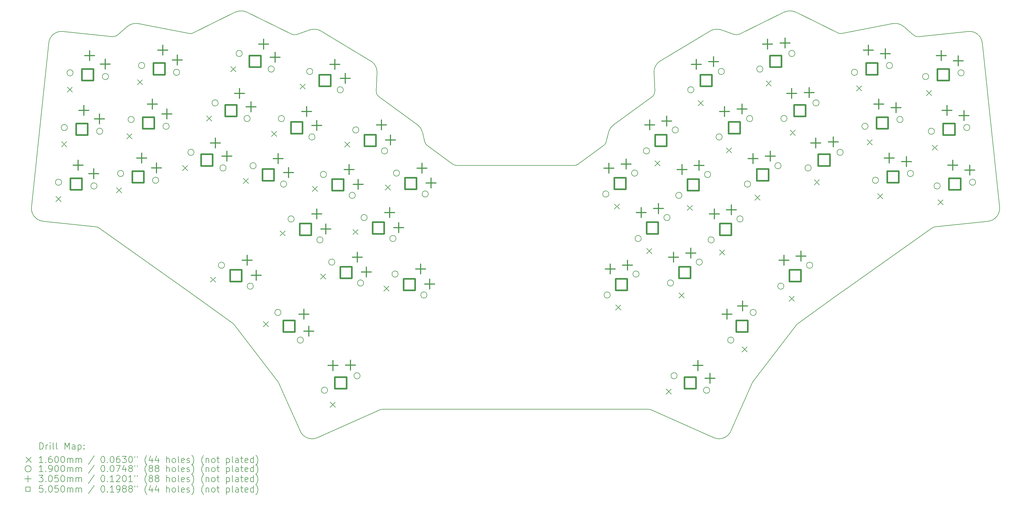
<source format=gbr>
%TF.GenerationSoftware,KiCad,Pcbnew,8.0.3*%
%TF.CreationDate,2024-06-16T15:20:09+01:00*%
%TF.ProjectId,ykb,796b622e-6b69-4636-9164-5f7063625858,v1.0.0*%
%TF.SameCoordinates,Original*%
%TF.FileFunction,Drillmap*%
%TF.FilePolarity,Positive*%
%FSLAX45Y45*%
G04 Gerber Fmt 4.5, Leading zero omitted, Abs format (unit mm)*
G04 Created by KiCad (PCBNEW 8.0.3) date 2024-06-16 15:20:09*
%MOMM*%
%LPD*%
G01*
G04 APERTURE LIST*
%ADD10C,0.150000*%
%ADD11C,0.200000*%
%ADD12C,0.160000*%
%ADD13C,0.190000*%
%ADD14C,0.305000*%
%ADD15C,0.505000*%
G04 APERTURE END LIST*
D10*
X24311724Y-14616507D02*
X20688276Y-14616507D01*
X20570719Y-14578310D02*
X19774240Y-13999635D01*
X19697434Y-13884980D02*
X19625666Y-13589130D01*
X19472054Y-13359821D02*
G75*
G02*
X19625666Y-13589130I-235114J-323607D01*
G01*
X19472054Y-13359821D02*
X18277506Y-12491931D01*
X18195278Y-12320853D02*
X18221898Y-11747403D01*
X18028348Y-11385899D02*
G75*
G02*
X18221903Y-11747314I-206015J-342867D01*
G01*
X18028348Y-11385899D02*
X16485447Y-10458830D01*
X16147522Y-10424073D02*
G75*
G02*
X16485447Y-10458830I131909J-377624D01*
G01*
X16147522Y-10424073D02*
X15742019Y-10565721D01*
X15588391Y-10556667D02*
X14195344Y-9877233D01*
X13843321Y-9877883D02*
G75*
G02*
X14195344Y-9877233I176675J-358868D01*
G01*
X13843321Y-9877883D02*
X12537376Y-10520815D01*
X12410877Y-10537707D02*
X10842226Y-10232792D01*
X10503842Y-10323245D02*
G75*
G02*
X10842226Y-10232792I262061J-302198D01*
G01*
X10503841Y-10323245D02*
X10200243Y-10586520D01*
X10048307Y-10634325D02*
X8517200Y-10473400D01*
X8077580Y-10829397D02*
G75*
G02*
X8517200Y-10473400I397809J-41811D01*
G01*
X8077580Y-10829397D02*
X7544485Y-15901458D01*
X7900482Y-16341079D02*
G75*
G02*
X7544485Y-15901458I41811J397809D01*
G01*
X7900482Y-16341079D02*
X9534741Y-16512846D01*
X9629352Y-16548484D02*
X12396872Y-18506595D01*
X12398912Y-18508059D02*
X13781501Y-19512568D01*
X13822720Y-19552756D02*
X15160413Y-21299192D01*
X15184347Y-21339460D02*
X15847022Y-22827852D01*
X16375134Y-23030576D02*
G75*
G02*
X15847022Y-22827852I-162695J365418D01*
G01*
X16375134Y-23030576D02*
X18314104Y-22167291D01*
X18395451Y-22150000D02*
X26604549Y-22150000D01*
X26685896Y-22167291D02*
X28624865Y-23030576D01*
X29152978Y-22827852D02*
G75*
G02*
X28624865Y-23030576I-365418J162695D01*
G01*
X29152978Y-22827852D02*
X29815653Y-21339460D01*
X29839587Y-21299192D02*
X31177280Y-19552756D01*
X31218499Y-19512568D02*
X32601087Y-18508059D01*
X32603128Y-18506595D02*
X35370648Y-16548484D01*
X35465259Y-16512846D02*
X37099518Y-16341079D01*
X37455515Y-15901458D02*
X36922420Y-10829397D01*
X36482800Y-10473399D02*
G75*
G02*
X36922420Y-10829397I41811J-397809D01*
G01*
X36482800Y-10473400D02*
X34951693Y-10634325D01*
X34799757Y-10586520D02*
X34496159Y-10323245D01*
X34157774Y-10232792D02*
G75*
G02*
X34496159Y-10323245I76324J-392651D01*
G01*
X34157774Y-10232792D02*
X32589123Y-10537707D01*
X32462624Y-10520815D02*
X31156679Y-9877883D01*
X30804656Y-9877233D02*
G75*
G02*
X31156679Y-9877883I175348J-359518D01*
G01*
X30804656Y-9877233D02*
X29411609Y-10556667D01*
X29257980Y-10565721D02*
X28852477Y-10424073D01*
X28514553Y-10458830D02*
G75*
G02*
X28852477Y-10424073I206015J-342867D01*
G01*
X28514553Y-10458830D02*
X26971652Y-11385899D01*
X26778102Y-11747403D02*
X26804722Y-12320853D01*
X26722494Y-12491931D02*
X25527946Y-13359821D01*
X25374334Y-13589130D02*
G75*
G02*
X25527946Y-13359821I388726J-94298D01*
G01*
X25374334Y-13589130D02*
X25302566Y-13884980D01*
X25225760Y-13999635D02*
X24429281Y-14578310D01*
X20688276Y-14616507D02*
G75*
G02*
X20570719Y-14578310I0J200000D01*
G01*
X19774240Y-13999635D02*
G75*
G02*
X19697434Y-13884980I117557J161803D01*
G01*
X18277506Y-12491931D02*
G75*
G02*
X18195278Y-12320853I117557J161803D01*
G01*
X15742019Y-10565721D02*
G75*
G02*
X15588391Y-10556667I-65955J188812D01*
G01*
X12537376Y-10520815D02*
G75*
G02*
X12410877Y-10537707I-88337J179434D01*
G01*
X10200243Y-10586520D02*
G75*
G02*
X10048307Y-10634325I-131031J151099D01*
G01*
X9534741Y-16512846D02*
G75*
G02*
X9629352Y-16548484I-20906J-198904D01*
G01*
X12396872Y-18506595D02*
G75*
G02*
X12398912Y-18508059I-115516J-163267D01*
G01*
X13781501Y-19512568D02*
G75*
G02*
X13822720Y-19552756I-117557J-161803D01*
G01*
X15160413Y-21299192D02*
G75*
G02*
X15184347Y-21339460I-158776J-121615D01*
G01*
X18314104Y-22167291D02*
G75*
G02*
X18395451Y-22150000I81347J-182709D01*
G01*
X26604549Y-22150000D02*
G75*
G02*
X26685896Y-22167291I0J-200000D01*
G01*
X29815653Y-21339460D02*
G75*
G02*
X29839587Y-21299192I182709J-81347D01*
G01*
X31177280Y-19552756D02*
G75*
G02*
X31218499Y-19512568I158776J-121615D01*
G01*
X32601087Y-18508059D02*
G75*
G02*
X32603128Y-18506595I117557J-161803D01*
G01*
X35370648Y-16548484D02*
G75*
G02*
X35465259Y-16512846I115516J-163267D01*
G01*
X34951693Y-10634325D02*
G75*
G02*
X34799757Y-10586520I-20906J198904D01*
G01*
X32589123Y-10537707D02*
G75*
G02*
X32462624Y-10520815I-38162J196325D01*
G01*
X29411609Y-10556667D02*
G75*
G02*
X29257980Y-10565721I-87674J179759D01*
G01*
X26804722Y-12320853D02*
G75*
G02*
X26722494Y-12491931I-199785J-9274D01*
G01*
X25302566Y-13884980D02*
G75*
G02*
X25225760Y-13999635I-194363J47149D01*
G01*
X24429281Y-14578310D02*
G75*
G02*
X24311724Y-14616507I-117557J161803D01*
G01*
X37455515Y-15901458D02*
G75*
G02*
X37099518Y-16341079I-397809J-41811D01*
G01*
X26778097Y-11747314D02*
G75*
G02*
X26971652Y-11385899I399570J18549D01*
G01*
D11*
D12*
X8295119Y-15571916D02*
X8455119Y-15731916D01*
X8455119Y-15571916D02*
X8295119Y-15731916D01*
X8472818Y-13881229D02*
X8632818Y-14041229D01*
X8632818Y-13881229D02*
X8472818Y-14041229D01*
X8650516Y-12190542D02*
X8810516Y-12350542D01*
X8810516Y-12190542D02*
X8650516Y-12350542D01*
X10169349Y-15299220D02*
X10329349Y-15459220D01*
X10329349Y-15299220D02*
X10169349Y-15459220D01*
X10493724Y-13630454D02*
X10653724Y-13790454D01*
X10653724Y-13630454D02*
X10493724Y-13790454D01*
X10818099Y-11961688D02*
X10978099Y-12121688D01*
X10978099Y-11961688D02*
X10818099Y-12121688D01*
X12210675Y-14614853D02*
X12370675Y-14774853D01*
X12370675Y-14614853D02*
X12210675Y-14774853D01*
X12955906Y-13086903D02*
X13115906Y-13246903D01*
X13115906Y-13086903D02*
X12955906Y-13246903D01*
X13071494Y-18066331D02*
X13231494Y-18226331D01*
X13231494Y-18066331D02*
X13071494Y-18226331D01*
X13701137Y-11558953D02*
X13861137Y-11718953D01*
X13861137Y-11558953D02*
X13701137Y-11718953D01*
X14088142Y-15012114D02*
X14248142Y-15172114D01*
X14248142Y-15012114D02*
X14088142Y-15172114D01*
X14709244Y-19442307D02*
X14869244Y-19602307D01*
X14869244Y-19442307D02*
X14709244Y-19602307D01*
X14963707Y-13554930D02*
X15123707Y-13714930D01*
X15123707Y-13554930D02*
X14963707Y-13714930D01*
X15223520Y-16635494D02*
X15383520Y-16795494D01*
X15383520Y-16635494D02*
X15223520Y-16795494D01*
X15839271Y-12097746D02*
X15999271Y-12257746D01*
X15999271Y-12097746D02*
X15839271Y-12257746D01*
X16222754Y-15260165D02*
X16382754Y-15420165D01*
X16382754Y-15260165D02*
X16222754Y-15420165D01*
X16479903Y-17968574D02*
X16639903Y-18128574D01*
X16639903Y-17968574D02*
X16479903Y-18128574D01*
X16772697Y-21933394D02*
X16932697Y-22093394D01*
X16932697Y-21933394D02*
X16772697Y-22093394D01*
X17221989Y-13884837D02*
X17381989Y-14044837D01*
X17381989Y-13884837D02*
X17221989Y-14044837D01*
X17479138Y-16593245D02*
X17639138Y-16753245D01*
X17639138Y-16593245D02*
X17479138Y-16753245D01*
X18435751Y-18338923D02*
X18595751Y-18498923D01*
X18595751Y-18338923D02*
X18435751Y-18498923D01*
X18478373Y-15217916D02*
X18638373Y-15377916D01*
X18638373Y-15217916D02*
X18478373Y-15377916D01*
X25552610Y-15805701D02*
X25712610Y-15965701D01*
X25712610Y-15805701D02*
X25552610Y-15965701D01*
X25595232Y-18926708D02*
X25755232Y-19086708D01*
X25755232Y-18926708D02*
X25595232Y-19086708D01*
X26551845Y-17181030D02*
X26711845Y-17341030D01*
X26711845Y-17181030D02*
X26551845Y-17341030D01*
X26808993Y-14472622D02*
X26968993Y-14632622D01*
X26968993Y-14472622D02*
X26808993Y-14632622D01*
X27153758Y-21526657D02*
X27313758Y-21686657D01*
X27313758Y-21526657D02*
X27153758Y-21686657D01*
X27551080Y-18556359D02*
X27711080Y-18716359D01*
X27711080Y-18556359D02*
X27551080Y-18716359D01*
X27808228Y-15847951D02*
X27968228Y-16007951D01*
X27968228Y-15847951D02*
X27808228Y-16007951D01*
X28143561Y-12612784D02*
X28303561Y-12772784D01*
X28303561Y-12612784D02*
X28143561Y-12772784D01*
X28807463Y-17223280D02*
X28967463Y-17383280D01*
X28967463Y-17223280D02*
X28807463Y-17383280D01*
X29019126Y-14069968D02*
X29179126Y-14229968D01*
X29179126Y-14069968D02*
X29019126Y-14229968D01*
X29501435Y-20219453D02*
X29661435Y-20379453D01*
X29661435Y-20219453D02*
X29501435Y-20379453D01*
X29894690Y-15527152D02*
X30054690Y-15687152D01*
X30054690Y-15527152D02*
X29894690Y-15687152D01*
X30240069Y-11997324D02*
X30400069Y-12157324D01*
X30400069Y-11997324D02*
X30240069Y-12157324D01*
X30959488Y-18654117D02*
X31119488Y-18814117D01*
X31119488Y-18654117D02*
X30959488Y-18814117D01*
X30985300Y-13525274D02*
X31145300Y-13685274D01*
X31145300Y-13525274D02*
X30985300Y-13685274D01*
X31730531Y-15053224D02*
X31890531Y-15213224D01*
X31890531Y-15053224D02*
X31730531Y-15213224D01*
X33040273Y-12152497D02*
X33200273Y-12312497D01*
X33200273Y-12152497D02*
X33040273Y-12312497D01*
X33364649Y-13821263D02*
X33524649Y-13981263D01*
X33524649Y-13821263D02*
X33364649Y-13981263D01*
X33689024Y-15490029D02*
X33849024Y-15650029D01*
X33849024Y-15490029D02*
X33689024Y-15650029D01*
X35194962Y-12295070D02*
X35354962Y-12455070D01*
X35354962Y-12295070D02*
X35194962Y-12455070D01*
X35372660Y-13985758D02*
X35532660Y-14145758D01*
X35532660Y-13985758D02*
X35372660Y-14145758D01*
X35550359Y-15676445D02*
X35710359Y-15836445D01*
X35710359Y-15676445D02*
X35550359Y-15836445D01*
D13*
X8474226Y-15134511D02*
G75*
G02*
X8284225Y-15134511I-95000J0D01*
G01*
X8284225Y-15134511D02*
G75*
G02*
X8474226Y-15134511I95000J0D01*
G01*
X8651924Y-13443824D02*
G75*
G02*
X8461924Y-13443824I-95000J0D01*
G01*
X8461924Y-13443824D02*
G75*
G02*
X8651924Y-13443824I95000J0D01*
G01*
X8829622Y-11753137D02*
G75*
G02*
X8639622Y-11753137I-95000J0D01*
G01*
X8639622Y-11753137D02*
G75*
G02*
X8829622Y-11753137I95000J0D01*
G01*
X9568200Y-15249493D02*
G75*
G02*
X9378200Y-15249493I-95000J0D01*
G01*
X9378200Y-15249493D02*
G75*
G02*
X9568200Y-15249493I95000J0D01*
G01*
X9745898Y-13558805D02*
G75*
G02*
X9555898Y-13558805I-95000J0D01*
G01*
X9555898Y-13558805D02*
G75*
G02*
X9745898Y-13558805I95000J0D01*
G01*
X9923596Y-11868118D02*
G75*
G02*
X9733596Y-11868118I-95000J0D01*
G01*
X9733596Y-11868118D02*
G75*
G02*
X9923596Y-11868118I95000J0D01*
G01*
X10393534Y-14864142D02*
G75*
G02*
X10203534Y-14864142I-95000J0D01*
G01*
X10203534Y-14864142D02*
G75*
G02*
X10393534Y-14864142I95000J0D01*
G01*
X10717909Y-13195375D02*
G75*
G02*
X10527909Y-13195375I-95000J0D01*
G01*
X10527909Y-13195375D02*
G75*
G02*
X10717909Y-13195375I95000J0D01*
G01*
X11042285Y-11526609D02*
G75*
G02*
X10852285Y-11526609I-95000J0D01*
G01*
X10852285Y-11526609D02*
G75*
G02*
X11042285Y-11526609I95000J0D01*
G01*
X11473324Y-15074031D02*
G75*
G02*
X11283324Y-15074031I-95000J0D01*
G01*
X11283324Y-15074031D02*
G75*
G02*
X11473324Y-15074031I95000J0D01*
G01*
X11797699Y-13405265D02*
G75*
G02*
X11607699Y-13405265I-95000J0D01*
G01*
X11607699Y-13405265D02*
G75*
G02*
X11797699Y-13405265I95000J0D01*
G01*
X12122075Y-11736499D02*
G75*
G02*
X11932075Y-11736499I-95000J0D01*
G01*
X11932075Y-11736499D02*
G75*
G02*
X12122075Y-11736499I95000J0D01*
G01*
X12566496Y-14210056D02*
G75*
G02*
X12376496Y-14210056I-95000J0D01*
G01*
X12376496Y-14210056D02*
G75*
G02*
X12566496Y-14210056I95000J0D01*
G01*
X13311727Y-12682106D02*
G75*
G02*
X13121727Y-12682106I-95000J0D01*
G01*
X13121727Y-12682106D02*
G75*
G02*
X13311727Y-12682106I95000J0D01*
G01*
X13508753Y-17700298D02*
G75*
G02*
X13318753Y-17700298I-95000J0D01*
G01*
X13318753Y-17700298D02*
G75*
G02*
X13508753Y-17700298I95000J0D01*
G01*
X13555170Y-14692264D02*
G75*
G02*
X13365170Y-14692264I-95000J0D01*
G01*
X13365170Y-14692264D02*
G75*
G02*
X13555170Y-14692264I95000J0D01*
G01*
X14056958Y-11154156D02*
G75*
G02*
X13866958Y-11154156I-95000J0D01*
G01*
X13866958Y-11154156D02*
G75*
G02*
X14056958Y-11154156I95000J0D01*
G01*
X14300401Y-13164314D02*
G75*
G02*
X14110401Y-13164314I-95000J0D01*
G01*
X14110401Y-13164314D02*
G75*
G02*
X14300401Y-13164314I95000J0D01*
G01*
X14398672Y-18346862D02*
G75*
G02*
X14208672Y-18346862I-95000J0D01*
G01*
X14208672Y-18346862D02*
G75*
G02*
X14398672Y-18346862I95000J0D01*
G01*
X14485528Y-14624921D02*
G75*
G02*
X14295528Y-14624921I-95000J0D01*
G01*
X14295528Y-14624921D02*
G75*
G02*
X14485528Y-14624921I95000J0D01*
G01*
X15045632Y-11636364D02*
G75*
G02*
X14855632Y-11636364I-95000J0D01*
G01*
X14855632Y-11636364D02*
G75*
G02*
X15045632Y-11636364I95000J0D01*
G01*
X15253008Y-19159349D02*
G75*
G02*
X15063008Y-19159349I-95000J0D01*
G01*
X15063008Y-19159349D02*
G75*
G02*
X15253008Y-19159349I95000J0D01*
G01*
X15361093Y-13167737D02*
G75*
G02*
X15171093Y-13167737I-95000J0D01*
G01*
X15171093Y-13167737D02*
G75*
G02*
X15361093Y-13167737I95000J0D01*
G01*
X15428412Y-15191463D02*
G75*
G02*
X15238412Y-15191463I-95000J0D01*
G01*
X15238412Y-15191463D02*
G75*
G02*
X15428412Y-15191463I95000J0D01*
G01*
X15660778Y-16269461D02*
G75*
G02*
X15470778Y-16269461I-95000J0D01*
G01*
X15470778Y-16269461D02*
G75*
G02*
X15660778Y-16269461I95000J0D01*
G01*
X15945261Y-20014210D02*
G75*
G02*
X15755261Y-20014210I-95000J0D01*
G01*
X15755261Y-20014210D02*
G75*
G02*
X15945261Y-20014210I95000J0D01*
G01*
X16236658Y-11710553D02*
G75*
G02*
X16046658Y-11710553I-95000J0D01*
G01*
X16046658Y-11710553D02*
G75*
G02*
X16236658Y-11710553I95000J0D01*
G01*
X16303977Y-13734279D02*
G75*
G02*
X16113977Y-13734279I-95000J0D01*
G01*
X16113977Y-13734279D02*
G75*
G02*
X16303977Y-13734279I95000J0D01*
G01*
X16550697Y-16916025D02*
G75*
G02*
X16360697Y-16916025I-95000J0D01*
G01*
X16360697Y-16916025D02*
G75*
G02*
X16550697Y-16916025I95000J0D01*
G01*
X16660013Y-14894132D02*
G75*
G02*
X16470013Y-14894132I-95000J0D01*
G01*
X16470013Y-14894132D02*
G75*
G02*
X16660013Y-14894132I95000J0D01*
G01*
X16692550Y-21563255D02*
G75*
G02*
X16502550Y-21563255I-95000J0D01*
G01*
X16502550Y-21563255D02*
G75*
G02*
X16692550Y-21563255I95000J0D01*
G01*
X16917162Y-17602541D02*
G75*
G02*
X16727162Y-17602541I-95000J0D01*
G01*
X16727162Y-17602541D02*
G75*
G02*
X16917162Y-17602541I95000J0D01*
G01*
X17179542Y-12277094D02*
G75*
G02*
X16989542Y-12277094I-95000J0D01*
G01*
X16989542Y-12277094D02*
G75*
G02*
X17179542Y-12277094I95000J0D01*
G01*
X17549932Y-15540696D02*
G75*
G02*
X17359932Y-15540696I-95000J0D01*
G01*
X17359932Y-15540696D02*
G75*
G02*
X17549932Y-15540696I95000J0D01*
G01*
X17659248Y-13518804D02*
G75*
G02*
X17469248Y-13518804I-95000J0D01*
G01*
X17469248Y-13518804D02*
G75*
G02*
X17659248Y-13518804I95000J0D01*
G01*
X17697450Y-21115844D02*
G75*
G02*
X17507450Y-21115844I-95000J0D01*
G01*
X17507450Y-21115844D02*
G75*
G02*
X17697450Y-21115844I95000J0D01*
G01*
X17807080Y-18249104D02*
G75*
G02*
X17617080Y-18249104I-95000J0D01*
G01*
X17617080Y-18249104D02*
G75*
G02*
X17807080Y-18249104I95000J0D01*
G01*
X17916397Y-16227212D02*
G75*
G02*
X17726397Y-16227212I-95000J0D01*
G01*
X17726397Y-16227212D02*
G75*
G02*
X17916397Y-16227212I95000J0D01*
G01*
X18549167Y-14165367D02*
G75*
G02*
X18359167Y-14165367I-95000J0D01*
G01*
X18359167Y-14165367D02*
G75*
G02*
X18549167Y-14165367I95000J0D01*
G01*
X18806315Y-16873776D02*
G75*
G02*
X18616315Y-16873776I-95000J0D01*
G01*
X18616315Y-16873776D02*
G75*
G02*
X18806315Y-16873776I95000J0D01*
G01*
X18873010Y-17972890D02*
G75*
G02*
X18683010Y-17972890I-95000J0D01*
G01*
X18683010Y-17972890D02*
G75*
G02*
X18873010Y-17972890I95000J0D01*
G01*
X18915632Y-14851883D02*
G75*
G02*
X18725632Y-14851883I-95000J0D01*
G01*
X18725632Y-14851883D02*
G75*
G02*
X18915632Y-14851883I95000J0D01*
G01*
X19762929Y-18619453D02*
G75*
G02*
X19572929Y-18619453I-95000J0D01*
G01*
X19572929Y-18619453D02*
G75*
G02*
X19762929Y-18619453I95000J0D01*
G01*
X19805550Y-15498447D02*
G75*
G02*
X19615550Y-15498447I-95000J0D01*
G01*
X19615550Y-15498447D02*
G75*
G02*
X19805550Y-15498447I95000J0D01*
G01*
X25384450Y-15498447D02*
G75*
G02*
X25194450Y-15498447I-95000J0D01*
G01*
X25194450Y-15498447D02*
G75*
G02*
X25384450Y-15498447I95000J0D01*
G01*
X25427071Y-18619453D02*
G75*
G02*
X25237071Y-18619453I-95000J0D01*
G01*
X25237071Y-18619453D02*
G75*
G02*
X25427071Y-18619453I95000J0D01*
G01*
X26274368Y-14851883D02*
G75*
G02*
X26084368Y-14851883I-95000J0D01*
G01*
X26084368Y-14851883D02*
G75*
G02*
X26274368Y-14851883I95000J0D01*
G01*
X26316990Y-17972890D02*
G75*
G02*
X26126990Y-17972890I-95000J0D01*
G01*
X26126990Y-17972890D02*
G75*
G02*
X26316990Y-17972890I95000J0D01*
G01*
X26383685Y-16873776D02*
G75*
G02*
X26193685Y-16873776I-95000J0D01*
G01*
X26193685Y-16873776D02*
G75*
G02*
X26383685Y-16873776I95000J0D01*
G01*
X26640833Y-14165367D02*
G75*
G02*
X26450833Y-14165367I-95000J0D01*
G01*
X26450833Y-14165367D02*
G75*
G02*
X26640833Y-14165367I95000J0D01*
G01*
X27273603Y-16227212D02*
G75*
G02*
X27083603Y-16227212I-95000J0D01*
G01*
X27083603Y-16227212D02*
G75*
G02*
X27273603Y-16227212I95000J0D01*
G01*
X27382919Y-18249104D02*
G75*
G02*
X27192919Y-18249104I-95000J0D01*
G01*
X27192919Y-18249104D02*
G75*
G02*
X27382919Y-18249104I95000J0D01*
G01*
X27492550Y-21115844D02*
G75*
G02*
X27302550Y-21115844I-95000J0D01*
G01*
X27302550Y-21115844D02*
G75*
G02*
X27492550Y-21115844I95000J0D01*
G01*
X27530752Y-13518804D02*
G75*
G02*
X27340752Y-13518804I-95000J0D01*
G01*
X27340752Y-13518804D02*
G75*
G02*
X27530752Y-13518804I95000J0D01*
G01*
X27640068Y-15540696D02*
G75*
G02*
X27450068Y-15540696I-95000J0D01*
G01*
X27450068Y-15540696D02*
G75*
G02*
X27640068Y-15540696I95000J0D01*
G01*
X28010458Y-12277094D02*
G75*
G02*
X27820458Y-12277094I-95000J0D01*
G01*
X27820458Y-12277094D02*
G75*
G02*
X28010458Y-12277094I95000J0D01*
G01*
X28272838Y-17602541D02*
G75*
G02*
X28082838Y-17602541I-95000J0D01*
G01*
X28082838Y-17602541D02*
G75*
G02*
X28272838Y-17602541I95000J0D01*
G01*
X28497450Y-21563255D02*
G75*
G02*
X28307450Y-21563255I-95000J0D01*
G01*
X28307450Y-21563255D02*
G75*
G02*
X28497450Y-21563255I95000J0D01*
G01*
X28529987Y-14894132D02*
G75*
G02*
X28339987Y-14894132I-95000J0D01*
G01*
X28339987Y-14894132D02*
G75*
G02*
X28529987Y-14894132I95000J0D01*
G01*
X28639303Y-16916025D02*
G75*
G02*
X28449303Y-16916025I-95000J0D01*
G01*
X28449303Y-16916025D02*
G75*
G02*
X28639303Y-16916025I95000J0D01*
G01*
X28886023Y-13734279D02*
G75*
G02*
X28696023Y-13734279I-95000J0D01*
G01*
X28696023Y-13734279D02*
G75*
G02*
X28886023Y-13734279I95000J0D01*
G01*
X28953342Y-11710553D02*
G75*
G02*
X28763342Y-11710553I-95000J0D01*
G01*
X28763342Y-11710553D02*
G75*
G02*
X28953342Y-11710553I95000J0D01*
G01*
X29244739Y-20014210D02*
G75*
G02*
X29054739Y-20014210I-95000J0D01*
G01*
X29054739Y-20014210D02*
G75*
G02*
X29244739Y-20014210I95000J0D01*
G01*
X29529222Y-16269461D02*
G75*
G02*
X29339222Y-16269461I-95000J0D01*
G01*
X29339222Y-16269461D02*
G75*
G02*
X29529222Y-16269461I95000J0D01*
G01*
X29761587Y-15191463D02*
G75*
G02*
X29571587Y-15191463I-95000J0D01*
G01*
X29571587Y-15191463D02*
G75*
G02*
X29761587Y-15191463I95000J0D01*
G01*
X29828907Y-13167737D02*
G75*
G02*
X29638907Y-13167737I-95000J0D01*
G01*
X29638907Y-13167737D02*
G75*
G02*
X29828907Y-13167737I95000J0D01*
G01*
X29936992Y-19159349D02*
G75*
G02*
X29746992Y-19159349I-95000J0D01*
G01*
X29746992Y-19159349D02*
G75*
G02*
X29936992Y-19159349I95000J0D01*
G01*
X30144368Y-11636364D02*
G75*
G02*
X29954368Y-11636364I-95000J0D01*
G01*
X29954368Y-11636364D02*
G75*
G02*
X30144368Y-11636364I95000J0D01*
G01*
X30704471Y-14624921D02*
G75*
G02*
X30514471Y-14624921I-95000J0D01*
G01*
X30514471Y-14624921D02*
G75*
G02*
X30704471Y-14624921I95000J0D01*
G01*
X30791328Y-18346862D02*
G75*
G02*
X30601328Y-18346862I-95000J0D01*
G01*
X30601328Y-18346862D02*
G75*
G02*
X30791328Y-18346862I95000J0D01*
G01*
X30889599Y-13164314D02*
G75*
G02*
X30699599Y-13164314I-95000J0D01*
G01*
X30699599Y-13164314D02*
G75*
G02*
X30889599Y-13164314I95000J0D01*
G01*
X31133042Y-11154156D02*
G75*
G02*
X30943042Y-11154156I-95000J0D01*
G01*
X30943042Y-11154156D02*
G75*
G02*
X31133042Y-11154156I95000J0D01*
G01*
X31634830Y-14692264D02*
G75*
G02*
X31444830Y-14692264I-95000J0D01*
G01*
X31444830Y-14692264D02*
G75*
G02*
X31634830Y-14692264I95000J0D01*
G01*
X31681247Y-17700298D02*
G75*
G02*
X31491247Y-17700298I-95000J0D01*
G01*
X31491247Y-17700298D02*
G75*
G02*
X31681247Y-17700298I95000J0D01*
G01*
X31878273Y-12682106D02*
G75*
G02*
X31688273Y-12682106I-95000J0D01*
G01*
X31688273Y-12682106D02*
G75*
G02*
X31878273Y-12682106I95000J0D01*
G01*
X32623504Y-14210056D02*
G75*
G02*
X32433504Y-14210056I-95000J0D01*
G01*
X32433504Y-14210056D02*
G75*
G02*
X32623504Y-14210056I95000J0D01*
G01*
X33067925Y-11736499D02*
G75*
G02*
X32877925Y-11736499I-95000J0D01*
G01*
X32877925Y-11736499D02*
G75*
G02*
X33067925Y-11736499I95000J0D01*
G01*
X33392301Y-13405265D02*
G75*
G02*
X33202301Y-13405265I-95000J0D01*
G01*
X33202301Y-13405265D02*
G75*
G02*
X33392301Y-13405265I95000J0D01*
G01*
X33716676Y-15074031D02*
G75*
G02*
X33526676Y-15074031I-95000J0D01*
G01*
X33526676Y-15074031D02*
G75*
G02*
X33716676Y-15074031I95000J0D01*
G01*
X34147715Y-11526609D02*
G75*
G02*
X33957715Y-11526609I-95000J0D01*
G01*
X33957715Y-11526609D02*
G75*
G02*
X34147715Y-11526609I95000J0D01*
G01*
X34472091Y-13195375D02*
G75*
G02*
X34282091Y-13195375I-95000J0D01*
G01*
X34282091Y-13195375D02*
G75*
G02*
X34472091Y-13195375I95000J0D01*
G01*
X34796466Y-14864142D02*
G75*
G02*
X34606466Y-14864142I-95000J0D01*
G01*
X34606466Y-14864142D02*
G75*
G02*
X34796466Y-14864142I95000J0D01*
G01*
X35266404Y-11868118D02*
G75*
G02*
X35076404Y-11868118I-95000J0D01*
G01*
X35076404Y-11868118D02*
G75*
G02*
X35266404Y-11868118I95000J0D01*
G01*
X35444102Y-13558805D02*
G75*
G02*
X35254102Y-13558805I-95000J0D01*
G01*
X35254102Y-13558805D02*
G75*
G02*
X35444102Y-13558805I95000J0D01*
G01*
X35621800Y-15249493D02*
G75*
G02*
X35431800Y-15249493I-95000J0D01*
G01*
X35431800Y-15249493D02*
G75*
G02*
X35621800Y-15249493I95000J0D01*
G01*
X36360378Y-11753137D02*
G75*
G02*
X36170378Y-11753137I-95000J0D01*
G01*
X36170378Y-11753137D02*
G75*
G02*
X36360378Y-11753137I95000J0D01*
G01*
X36538076Y-13443824D02*
G75*
G02*
X36348076Y-13443824I-95000J0D01*
G01*
X36348076Y-13443824D02*
G75*
G02*
X36538076Y-13443824I95000J0D01*
G01*
X36715774Y-15134511D02*
G75*
G02*
X36525774Y-15134511I-95000J0D01*
G01*
X36525774Y-15134511D02*
G75*
G02*
X36715774Y-15134511I95000J0D01*
G01*
D14*
X8987884Y-14452734D02*
X8987884Y-14757734D01*
X8835384Y-14605234D02*
X9140384Y-14605234D01*
X9165583Y-12762047D02*
X9165583Y-13067047D01*
X9013083Y-12914547D02*
X9318083Y-12914547D01*
X9343281Y-11071360D02*
X9343281Y-11376360D01*
X9190781Y-11223860D02*
X9495781Y-11223860D01*
X9463194Y-14713848D02*
X9463194Y-15018848D01*
X9310694Y-14866348D02*
X9615694Y-14866348D01*
X9640893Y-13023161D02*
X9640893Y-13328161D01*
X9488393Y-13175661D02*
X9793393Y-13175661D01*
X9818591Y-11332473D02*
X9818591Y-11637473D01*
X9666091Y-11484973D02*
X9971091Y-11484973D01*
X10951006Y-14237427D02*
X10951006Y-14542427D01*
X10798506Y-14389927D02*
X11103506Y-14389927D01*
X11275382Y-12568660D02*
X11275382Y-12873660D01*
X11122882Y-12721160D02*
X11427882Y-12721160D01*
X11401750Y-14538973D02*
X11401750Y-14843973D01*
X11249250Y-14691473D02*
X11554250Y-14691473D01*
X11599757Y-10899894D02*
X11599757Y-11204894D01*
X11447257Y-11052394D02*
X11752257Y-11052394D01*
X11726125Y-12870206D02*
X11726125Y-13175206D01*
X11573625Y-13022706D02*
X11878625Y-13022706D01*
X12050501Y-11201440D02*
X12050501Y-11506440D01*
X11898001Y-11353940D02*
X12203001Y-11353940D01*
X13224472Y-13768371D02*
X13224472Y-14073371D01*
X13071972Y-13920871D02*
X13376972Y-13920871D01*
X13581811Y-14176303D02*
X13581811Y-14481303D01*
X13429311Y-14328803D02*
X13734311Y-14328803D01*
X13969703Y-12240421D02*
X13969703Y-12545421D01*
X13817203Y-12392921D02*
X14122203Y-12392921D01*
X14205506Y-17393760D02*
X14205506Y-17698760D01*
X14053006Y-17546260D02*
X14358006Y-17546260D01*
X14327042Y-12648354D02*
X14327042Y-12953354D01*
X14174542Y-12800854D02*
X14479542Y-12800854D01*
X14486579Y-17857546D02*
X14486579Y-18162546D01*
X14334079Y-18010046D02*
X14639079Y-18010046D01*
X14714934Y-10712471D02*
X14714934Y-11017471D01*
X14562434Y-10864971D02*
X14867434Y-10864971D01*
X15072273Y-11120404D02*
X15072273Y-11425404D01*
X14919773Y-11272904D02*
X15224773Y-11272904D01*
X15165843Y-14249964D02*
X15165843Y-14554964D01*
X15013343Y-14402464D02*
X15318343Y-14402464D01*
X15486268Y-14687488D02*
X15486268Y-14992488D01*
X15333768Y-14839988D02*
X15638768Y-14839988D01*
X15962651Y-19062981D02*
X15962651Y-19367981D01*
X15810151Y-19215481D02*
X16115151Y-19215481D01*
X16041408Y-12792779D02*
X16041408Y-13097779D01*
X15888908Y-12945279D02*
X16193908Y-12945279D01*
X16114110Y-19583711D02*
X16114110Y-19888711D01*
X15961610Y-19736211D02*
X16266610Y-19736211D01*
X16357531Y-15962923D02*
X16357531Y-16267923D01*
X16205031Y-16115423D02*
X16510031Y-16115423D01*
X16361833Y-13230303D02*
X16361833Y-13535303D01*
X16209333Y-13382803D02*
X16514333Y-13382803D01*
X16638604Y-16426709D02*
X16638604Y-16731709D01*
X16486104Y-16579209D02*
X16791104Y-16579209D01*
X16860025Y-20648058D02*
X16860025Y-20953058D01*
X16707525Y-20800558D02*
X17012525Y-20800558D01*
X16916972Y-11335595D02*
X16916972Y-11640595D01*
X16764472Y-11488095D02*
X17069472Y-11488095D01*
X17237398Y-11773119D02*
X17237398Y-12078119D01*
X17084898Y-11925619D02*
X17389898Y-11925619D01*
X17356766Y-14587594D02*
X17356766Y-14892594D01*
X17204266Y-14740094D02*
X17509266Y-14740094D01*
X17402213Y-20636534D02*
X17402213Y-20941534D01*
X17249713Y-20789034D02*
X17554713Y-20789034D01*
X17613914Y-17296003D02*
X17613914Y-17601003D01*
X17461414Y-17448503D02*
X17766414Y-17448503D01*
X17637839Y-15051381D02*
X17637839Y-15356381D01*
X17485339Y-15203881D02*
X17790339Y-15203881D01*
X17894988Y-17759789D02*
X17894988Y-18064789D01*
X17742488Y-17912289D02*
X18047488Y-17912289D01*
X18356001Y-13212265D02*
X18356001Y-13517265D01*
X18203501Y-13364765D02*
X18508501Y-13364765D01*
X18613149Y-15920674D02*
X18613149Y-16225674D01*
X18460649Y-16073174D02*
X18765649Y-16073174D01*
X18637074Y-13676052D02*
X18637074Y-13981052D01*
X18484574Y-13828552D02*
X18789574Y-13828552D01*
X18894223Y-16384460D02*
X18894223Y-16689460D01*
X18741723Y-16536960D02*
X19046723Y-16536960D01*
X19569763Y-17666352D02*
X19569763Y-17971352D01*
X19417263Y-17818852D02*
X19722263Y-17818852D01*
X19612384Y-14545345D02*
X19612384Y-14850345D01*
X19459884Y-14697845D02*
X19764884Y-14697845D01*
X19850836Y-18130138D02*
X19850836Y-18435138D01*
X19698336Y-18282638D02*
X20003336Y-18282638D01*
X19893458Y-15009131D02*
X19893458Y-15314131D01*
X19740958Y-15161631D02*
X20045958Y-15161631D01*
X25387616Y-14545345D02*
X25387616Y-14850345D01*
X25235116Y-14697845D02*
X25540116Y-14697845D01*
X25430237Y-17666352D02*
X25430237Y-17971352D01*
X25277737Y-17818852D02*
X25582737Y-17818852D01*
X25915559Y-14421346D02*
X25915559Y-14726346D01*
X25763059Y-14573846D02*
X26068059Y-14573846D01*
X25958181Y-17542352D02*
X25958181Y-17847352D01*
X25805681Y-17694852D02*
X26110681Y-17694852D01*
X26386851Y-15920674D02*
X26386851Y-16225674D01*
X26234351Y-16073174D02*
X26539351Y-16073174D01*
X26643999Y-13212265D02*
X26643999Y-13517265D01*
X26491499Y-13364765D02*
X26796499Y-13364765D01*
X26914794Y-15796674D02*
X26914794Y-16101674D01*
X26762294Y-15949174D02*
X27067294Y-15949174D01*
X27171943Y-13088266D02*
X27171943Y-13393266D01*
X27019443Y-13240766D02*
X27324443Y-13240766D01*
X27386085Y-17296003D02*
X27386085Y-17601003D01*
X27233585Y-17448503D02*
X27538585Y-17448503D01*
X27643234Y-14587594D02*
X27643234Y-14892594D01*
X27490734Y-14740094D02*
X27795734Y-14740094D01*
X27914029Y-17172003D02*
X27914029Y-17477003D01*
X27761529Y-17324503D02*
X28066529Y-17324503D01*
X28083028Y-11335595D02*
X28083028Y-11640595D01*
X27930528Y-11488095D02*
X28235528Y-11488095D01*
X28139975Y-20648058D02*
X28139975Y-20953058D01*
X27987475Y-20800558D02*
X28292475Y-20800558D01*
X28171178Y-14463595D02*
X28171178Y-14768595D01*
X28018678Y-14616095D02*
X28323678Y-14616095D01*
X28511333Y-21043270D02*
X28511333Y-21348270D01*
X28358833Y-21195770D02*
X28663833Y-21195770D01*
X28619769Y-11258081D02*
X28619769Y-11563081D01*
X28467269Y-11410581D02*
X28772269Y-11410581D01*
X28642469Y-15962923D02*
X28642469Y-16267923D01*
X28489969Y-16115423D02*
X28794969Y-16115423D01*
X28958592Y-12792779D02*
X28958592Y-13097779D01*
X28806092Y-12945279D02*
X29111092Y-12945279D01*
X29037349Y-19062981D02*
X29037349Y-19367981D01*
X28884849Y-19215481D02*
X29189849Y-19215481D01*
X29170412Y-15838924D02*
X29170412Y-16143924D01*
X29017912Y-15991424D02*
X29322912Y-15991424D01*
X29495334Y-12715265D02*
X29495334Y-13020265D01*
X29342834Y-12867765D02*
X29647834Y-12867765D01*
X29515210Y-18806565D02*
X29515210Y-19111565D01*
X29362710Y-18959065D02*
X29667710Y-18959065D01*
X29834157Y-14249964D02*
X29834157Y-14554964D01*
X29681657Y-14402464D02*
X29986657Y-14402464D01*
X30285066Y-10712471D02*
X30285066Y-11017471D01*
X30132566Y-10864971D02*
X30437566Y-10864971D01*
X30370899Y-14172450D02*
X30370899Y-14477450D01*
X30218399Y-14324950D02*
X30523399Y-14324950D01*
X30794494Y-17393760D02*
X30794494Y-17698760D01*
X30641994Y-17546260D02*
X30946994Y-17546260D01*
X30826521Y-10682033D02*
X30826521Y-10987033D01*
X30674021Y-10834533D02*
X30979021Y-10834533D01*
X31030297Y-12240421D02*
X31030297Y-12545421D01*
X30877797Y-12392921D02*
X31182797Y-12392921D01*
X31322438Y-17269761D02*
X31322438Y-17574761D01*
X31169938Y-17422261D02*
X31474938Y-17422261D01*
X31571752Y-12209982D02*
X31571752Y-12514982D01*
X31419252Y-12362482D02*
X31724252Y-12362482D01*
X31775528Y-13768371D02*
X31775528Y-14073371D01*
X31623028Y-13920871D02*
X31928028Y-13920871D01*
X32316983Y-13737932D02*
X32316983Y-14042932D01*
X32164483Y-13890432D02*
X32469483Y-13890432D01*
X33400243Y-10899894D02*
X33400243Y-11204894D01*
X33247743Y-11052394D02*
X33552743Y-11052394D01*
X33724618Y-12568660D02*
X33724618Y-12873660D01*
X33572118Y-12721160D02*
X33877118Y-12721160D01*
X33931127Y-11010631D02*
X33931127Y-11315631D01*
X33778627Y-11163131D02*
X34083627Y-11163131D01*
X34048994Y-14237427D02*
X34048994Y-14542427D01*
X33896494Y-14389927D02*
X34201494Y-14389927D01*
X34255502Y-12679397D02*
X34255502Y-12984397D01*
X34103002Y-12831897D02*
X34408002Y-12831897D01*
X34579877Y-14348164D02*
X34579877Y-14653164D01*
X34427377Y-14500664D02*
X34732377Y-14500664D01*
X35656719Y-11071360D02*
X35656719Y-11376360D01*
X35504219Y-11223860D02*
X35809219Y-11223860D01*
X35834417Y-12762047D02*
X35834417Y-13067047D01*
X35681917Y-12914547D02*
X35986917Y-12914547D01*
X36012116Y-14452734D02*
X36012116Y-14757734D01*
X35859616Y-14605234D02*
X36164616Y-14605234D01*
X36175931Y-11227945D02*
X36175931Y-11532945D01*
X36023431Y-11380445D02*
X36328431Y-11380445D01*
X36353629Y-12918632D02*
X36353629Y-13223632D01*
X36201129Y-13071132D02*
X36506129Y-13071132D01*
X36531328Y-14609319D02*
X36531328Y-14914319D01*
X36378828Y-14761819D02*
X36683828Y-14761819D01*
D15*
X9104759Y-15370548D02*
X9104759Y-15013456D01*
X8747666Y-15013456D01*
X8747666Y-15370548D01*
X9104759Y-15370548D01*
X9282457Y-13679861D02*
X9282457Y-13322768D01*
X8925365Y-13322768D01*
X8925365Y-13679861D01*
X9282457Y-13679861D01*
X9460156Y-11989174D02*
X9460156Y-11632081D01*
X9103063Y-11632081D01*
X9103063Y-11989174D01*
X9460156Y-11989174D01*
X11016975Y-15147633D02*
X11016975Y-14790540D01*
X10659883Y-14790540D01*
X10659883Y-15147633D01*
X11016975Y-15147633D01*
X11341350Y-13478866D02*
X11341350Y-13121774D01*
X10984258Y-13121774D01*
X10984258Y-13478866D01*
X11341350Y-13478866D01*
X11665726Y-11810100D02*
X11665726Y-11453008D01*
X11308633Y-11453008D01*
X11308633Y-11810100D01*
X11665726Y-11810100D01*
X13144379Y-14629706D02*
X13144379Y-14272613D01*
X12787287Y-14272613D01*
X12787287Y-14629706D01*
X13144379Y-14629706D01*
X13889610Y-13101756D02*
X13889610Y-12744664D01*
X13532518Y-12744664D01*
X13532518Y-13101756D01*
X13889610Y-13101756D01*
X14037259Y-18202126D02*
X14037259Y-17845034D01*
X13680166Y-17845034D01*
X13680166Y-18202126D01*
X14037259Y-18202126D01*
X14634841Y-11573806D02*
X14634841Y-11216714D01*
X14277749Y-11216714D01*
X14277749Y-11573806D01*
X14634841Y-11573806D01*
X15040517Y-15086738D02*
X15040517Y-14729646D01*
X14683424Y-14729646D01*
X14683424Y-15086738D01*
X15040517Y-15086738D01*
X15682681Y-19765326D02*
X15682681Y-19408233D01*
X15325588Y-19408233D01*
X15325588Y-19765326D01*
X15682681Y-19765326D01*
X15916081Y-13629554D02*
X15916081Y-13272462D01*
X15558989Y-13272462D01*
X15558989Y-13629554D01*
X15916081Y-13629554D01*
X16189284Y-16771289D02*
X16189284Y-16414197D01*
X15832191Y-16414197D01*
X15832191Y-16771289D01*
X16189284Y-16771289D01*
X16791646Y-12172370D02*
X16791646Y-11815277D01*
X16434554Y-11815277D01*
X16434554Y-12172370D01*
X16791646Y-12172370D01*
X17188519Y-15395961D02*
X17188519Y-15038868D01*
X16831426Y-15038868D01*
X16831426Y-15395961D01*
X17188519Y-15395961D01*
X17278546Y-21518096D02*
X17278546Y-21161003D01*
X16921454Y-21161003D01*
X16921454Y-21518096D01*
X17278546Y-21518096D01*
X17445667Y-18104369D02*
X17445667Y-17747276D01*
X17088575Y-17747276D01*
X17088575Y-18104369D01*
X17445667Y-18104369D01*
X18187754Y-14020632D02*
X18187754Y-13663539D01*
X17830661Y-13663539D01*
X17830661Y-14020632D01*
X18187754Y-14020632D01*
X18444902Y-16729040D02*
X18444902Y-16371947D01*
X18087810Y-16371947D01*
X18087810Y-16729040D01*
X18444902Y-16729040D01*
X19401515Y-18474718D02*
X19401515Y-18117625D01*
X19044423Y-18117625D01*
X19044423Y-18474718D01*
X19401515Y-18474718D01*
X19444137Y-15353711D02*
X19444137Y-14996618D01*
X19087045Y-14996618D01*
X19087045Y-15353711D01*
X19444137Y-15353711D01*
X25912955Y-15353711D02*
X25912955Y-14996618D01*
X25555863Y-14996618D01*
X25555863Y-15353711D01*
X25912955Y-15353711D01*
X25955577Y-18474718D02*
X25955577Y-18117625D01*
X25598485Y-18117625D01*
X25598485Y-18474718D01*
X25955577Y-18474718D01*
X26912190Y-16729040D02*
X26912190Y-16371947D01*
X26555098Y-16371947D01*
X26555098Y-16729040D01*
X26912190Y-16729040D01*
X27169339Y-14020632D02*
X27169339Y-13663539D01*
X26812246Y-13663539D01*
X26812246Y-14020632D01*
X27169339Y-14020632D01*
X27911425Y-18104369D02*
X27911425Y-17747276D01*
X27554333Y-17747276D01*
X27554333Y-18104369D01*
X27911425Y-18104369D01*
X28078546Y-21518096D02*
X28078546Y-21161003D01*
X27721454Y-21161003D01*
X27721454Y-21518096D01*
X28078546Y-21518096D01*
X28168574Y-15395961D02*
X28168574Y-15038868D01*
X27811481Y-15038868D01*
X27811481Y-15395961D01*
X28168574Y-15395961D01*
X28565446Y-12172370D02*
X28565446Y-11815277D01*
X28208354Y-11815277D01*
X28208354Y-12172370D01*
X28565446Y-12172370D01*
X29167809Y-16771289D02*
X29167809Y-16414197D01*
X28810716Y-16414197D01*
X28810716Y-16771289D01*
X29167809Y-16771289D01*
X29441011Y-13629554D02*
X29441011Y-13272462D01*
X29083919Y-13272462D01*
X29083919Y-13629554D01*
X29441011Y-13629554D01*
X29674412Y-19765326D02*
X29674412Y-19408233D01*
X29317319Y-19408233D01*
X29317319Y-19765326D01*
X29674412Y-19765326D01*
X30316576Y-15086738D02*
X30316576Y-14729646D01*
X29959483Y-14729646D01*
X29959483Y-15086738D01*
X30316576Y-15086738D01*
X30722251Y-11573806D02*
X30722251Y-11216714D01*
X30365159Y-11216714D01*
X30365159Y-11573806D01*
X30722251Y-11573806D01*
X31319834Y-18202126D02*
X31319834Y-17845034D01*
X30962741Y-17845034D01*
X30962741Y-18202126D01*
X31319834Y-18202126D01*
X31467482Y-13101756D02*
X31467482Y-12744664D01*
X31110390Y-12744664D01*
X31110390Y-13101756D01*
X31467482Y-13101756D01*
X32212713Y-14629706D02*
X32212713Y-14272613D01*
X31855621Y-14272613D01*
X31855621Y-14629706D01*
X32212713Y-14629706D01*
X33691367Y-11810100D02*
X33691367Y-11453008D01*
X33334274Y-11453008D01*
X33334274Y-11810100D01*
X33691367Y-11810100D01*
X34015742Y-13478866D02*
X34015742Y-13121774D01*
X33658649Y-13121774D01*
X33658649Y-13478866D01*
X34015742Y-13478866D01*
X34340117Y-15147633D02*
X34340117Y-14790540D01*
X33983025Y-14790540D01*
X33983025Y-15147633D01*
X34340117Y-15147633D01*
X35896937Y-11989174D02*
X35896937Y-11632081D01*
X35539844Y-11632081D01*
X35539844Y-11989174D01*
X35896937Y-11989174D01*
X36074635Y-13679861D02*
X36074635Y-13322768D01*
X35717543Y-13322768D01*
X35717543Y-13679861D01*
X36074635Y-13679861D01*
X36252334Y-15370548D02*
X36252334Y-15013456D01*
X35895241Y-15013456D01*
X35895241Y-15370548D01*
X36252334Y-15370548D01*
D11*
X7795570Y-23384141D02*
X7795570Y-23184141D01*
X7795570Y-23184141D02*
X7843189Y-23184141D01*
X7843189Y-23184141D02*
X7871761Y-23193665D01*
X7871761Y-23193665D02*
X7890808Y-23212713D01*
X7890808Y-23212713D02*
X7900332Y-23231760D01*
X7900332Y-23231760D02*
X7909856Y-23269855D01*
X7909856Y-23269855D02*
X7909856Y-23298427D01*
X7909856Y-23298427D02*
X7900332Y-23336522D01*
X7900332Y-23336522D02*
X7890808Y-23355570D01*
X7890808Y-23355570D02*
X7871761Y-23374617D01*
X7871761Y-23374617D02*
X7843189Y-23384141D01*
X7843189Y-23384141D02*
X7795570Y-23384141D01*
X7995570Y-23384141D02*
X7995570Y-23250808D01*
X7995570Y-23288903D02*
X8005094Y-23269855D01*
X8005094Y-23269855D02*
X8014618Y-23260332D01*
X8014618Y-23260332D02*
X8033666Y-23250808D01*
X8033666Y-23250808D02*
X8052713Y-23250808D01*
X8119380Y-23384141D02*
X8119380Y-23250808D01*
X8119380Y-23184141D02*
X8109856Y-23193665D01*
X8109856Y-23193665D02*
X8119380Y-23203189D01*
X8119380Y-23203189D02*
X8128904Y-23193665D01*
X8128904Y-23193665D02*
X8119380Y-23184141D01*
X8119380Y-23184141D02*
X8119380Y-23203189D01*
X8243189Y-23384141D02*
X8224142Y-23374617D01*
X8224142Y-23374617D02*
X8214618Y-23355570D01*
X8214618Y-23355570D02*
X8214618Y-23184141D01*
X8347951Y-23384141D02*
X8328904Y-23374617D01*
X8328904Y-23374617D02*
X8319380Y-23355570D01*
X8319380Y-23355570D02*
X8319380Y-23184141D01*
X8576523Y-23384141D02*
X8576523Y-23184141D01*
X8576523Y-23184141D02*
X8643190Y-23326998D01*
X8643190Y-23326998D02*
X8709856Y-23184141D01*
X8709856Y-23184141D02*
X8709856Y-23384141D01*
X8890809Y-23384141D02*
X8890809Y-23279379D01*
X8890809Y-23279379D02*
X8881285Y-23260332D01*
X8881285Y-23260332D02*
X8862237Y-23250808D01*
X8862237Y-23250808D02*
X8824142Y-23250808D01*
X8824142Y-23250808D02*
X8805094Y-23260332D01*
X8890809Y-23374617D02*
X8871761Y-23384141D01*
X8871761Y-23384141D02*
X8824142Y-23384141D01*
X8824142Y-23384141D02*
X8805094Y-23374617D01*
X8805094Y-23374617D02*
X8795570Y-23355570D01*
X8795570Y-23355570D02*
X8795570Y-23336522D01*
X8795570Y-23336522D02*
X8805094Y-23317474D01*
X8805094Y-23317474D02*
X8824142Y-23307951D01*
X8824142Y-23307951D02*
X8871761Y-23307951D01*
X8871761Y-23307951D02*
X8890809Y-23298427D01*
X8986047Y-23250808D02*
X8986047Y-23450808D01*
X8986047Y-23260332D02*
X9005094Y-23250808D01*
X9005094Y-23250808D02*
X9043190Y-23250808D01*
X9043190Y-23250808D02*
X9062237Y-23260332D01*
X9062237Y-23260332D02*
X9071761Y-23269855D01*
X9071761Y-23269855D02*
X9081285Y-23288903D01*
X9081285Y-23288903D02*
X9081285Y-23346046D01*
X9081285Y-23346046D02*
X9071761Y-23365093D01*
X9071761Y-23365093D02*
X9062237Y-23374617D01*
X9062237Y-23374617D02*
X9043190Y-23384141D01*
X9043190Y-23384141D02*
X9005094Y-23384141D01*
X9005094Y-23384141D02*
X8986047Y-23374617D01*
X9166999Y-23365093D02*
X9176523Y-23374617D01*
X9176523Y-23374617D02*
X9166999Y-23384141D01*
X9166999Y-23384141D02*
X9157475Y-23374617D01*
X9157475Y-23374617D02*
X9166999Y-23365093D01*
X9166999Y-23365093D02*
X9166999Y-23384141D01*
X9166999Y-23260332D02*
X9176523Y-23269855D01*
X9176523Y-23269855D02*
X9166999Y-23279379D01*
X9166999Y-23279379D02*
X9157475Y-23269855D01*
X9157475Y-23269855D02*
X9166999Y-23260332D01*
X9166999Y-23260332D02*
X9166999Y-23279379D01*
D12*
X7374794Y-23632657D02*
X7534794Y-23792657D01*
X7534794Y-23632657D02*
X7374794Y-23792657D01*
D11*
X7900332Y-23804141D02*
X7786047Y-23804141D01*
X7843189Y-23804141D02*
X7843189Y-23604141D01*
X7843189Y-23604141D02*
X7824142Y-23632713D01*
X7824142Y-23632713D02*
X7805094Y-23651760D01*
X7805094Y-23651760D02*
X7786047Y-23661284D01*
X7986047Y-23785093D02*
X7995570Y-23794617D01*
X7995570Y-23794617D02*
X7986047Y-23804141D01*
X7986047Y-23804141D02*
X7976523Y-23794617D01*
X7976523Y-23794617D02*
X7986047Y-23785093D01*
X7986047Y-23785093D02*
X7986047Y-23804141D01*
X8166999Y-23604141D02*
X8128904Y-23604141D01*
X8128904Y-23604141D02*
X8109856Y-23613665D01*
X8109856Y-23613665D02*
X8100332Y-23623189D01*
X8100332Y-23623189D02*
X8081285Y-23651760D01*
X8081285Y-23651760D02*
X8071761Y-23689855D01*
X8071761Y-23689855D02*
X8071761Y-23766046D01*
X8071761Y-23766046D02*
X8081285Y-23785093D01*
X8081285Y-23785093D02*
X8090808Y-23794617D01*
X8090808Y-23794617D02*
X8109856Y-23804141D01*
X8109856Y-23804141D02*
X8147951Y-23804141D01*
X8147951Y-23804141D02*
X8166999Y-23794617D01*
X8166999Y-23794617D02*
X8176523Y-23785093D01*
X8176523Y-23785093D02*
X8186047Y-23766046D01*
X8186047Y-23766046D02*
X8186047Y-23718427D01*
X8186047Y-23718427D02*
X8176523Y-23699379D01*
X8176523Y-23699379D02*
X8166999Y-23689855D01*
X8166999Y-23689855D02*
X8147951Y-23680332D01*
X8147951Y-23680332D02*
X8109856Y-23680332D01*
X8109856Y-23680332D02*
X8090808Y-23689855D01*
X8090808Y-23689855D02*
X8081285Y-23699379D01*
X8081285Y-23699379D02*
X8071761Y-23718427D01*
X8309856Y-23604141D02*
X8328904Y-23604141D01*
X8328904Y-23604141D02*
X8347951Y-23613665D01*
X8347951Y-23613665D02*
X8357475Y-23623189D01*
X8357475Y-23623189D02*
X8366999Y-23642236D01*
X8366999Y-23642236D02*
X8376523Y-23680332D01*
X8376523Y-23680332D02*
X8376523Y-23727951D01*
X8376523Y-23727951D02*
X8366999Y-23766046D01*
X8366999Y-23766046D02*
X8357475Y-23785093D01*
X8357475Y-23785093D02*
X8347951Y-23794617D01*
X8347951Y-23794617D02*
X8328904Y-23804141D01*
X8328904Y-23804141D02*
X8309856Y-23804141D01*
X8309856Y-23804141D02*
X8290808Y-23794617D01*
X8290808Y-23794617D02*
X8281285Y-23785093D01*
X8281285Y-23785093D02*
X8271761Y-23766046D01*
X8271761Y-23766046D02*
X8262237Y-23727951D01*
X8262237Y-23727951D02*
X8262237Y-23680332D01*
X8262237Y-23680332D02*
X8271761Y-23642236D01*
X8271761Y-23642236D02*
X8281285Y-23623189D01*
X8281285Y-23623189D02*
X8290808Y-23613665D01*
X8290808Y-23613665D02*
X8309856Y-23604141D01*
X8500332Y-23604141D02*
X8519380Y-23604141D01*
X8519380Y-23604141D02*
X8538428Y-23613665D01*
X8538428Y-23613665D02*
X8547951Y-23623189D01*
X8547951Y-23623189D02*
X8557475Y-23642236D01*
X8557475Y-23642236D02*
X8566999Y-23680332D01*
X8566999Y-23680332D02*
X8566999Y-23727951D01*
X8566999Y-23727951D02*
X8557475Y-23766046D01*
X8557475Y-23766046D02*
X8547951Y-23785093D01*
X8547951Y-23785093D02*
X8538428Y-23794617D01*
X8538428Y-23794617D02*
X8519380Y-23804141D01*
X8519380Y-23804141D02*
X8500332Y-23804141D01*
X8500332Y-23804141D02*
X8481285Y-23794617D01*
X8481285Y-23794617D02*
X8471761Y-23785093D01*
X8471761Y-23785093D02*
X8462237Y-23766046D01*
X8462237Y-23766046D02*
X8452713Y-23727951D01*
X8452713Y-23727951D02*
X8452713Y-23680332D01*
X8452713Y-23680332D02*
X8462237Y-23642236D01*
X8462237Y-23642236D02*
X8471761Y-23623189D01*
X8471761Y-23623189D02*
X8481285Y-23613665D01*
X8481285Y-23613665D02*
X8500332Y-23604141D01*
X8652713Y-23804141D02*
X8652713Y-23670808D01*
X8652713Y-23689855D02*
X8662237Y-23680332D01*
X8662237Y-23680332D02*
X8681285Y-23670808D01*
X8681285Y-23670808D02*
X8709856Y-23670808D01*
X8709856Y-23670808D02*
X8728904Y-23680332D01*
X8728904Y-23680332D02*
X8738428Y-23699379D01*
X8738428Y-23699379D02*
X8738428Y-23804141D01*
X8738428Y-23699379D02*
X8747951Y-23680332D01*
X8747951Y-23680332D02*
X8766999Y-23670808D01*
X8766999Y-23670808D02*
X8795570Y-23670808D01*
X8795570Y-23670808D02*
X8814618Y-23680332D01*
X8814618Y-23680332D02*
X8824142Y-23699379D01*
X8824142Y-23699379D02*
X8824142Y-23804141D01*
X8919380Y-23804141D02*
X8919380Y-23670808D01*
X8919380Y-23689855D02*
X8928904Y-23680332D01*
X8928904Y-23680332D02*
X8947951Y-23670808D01*
X8947951Y-23670808D02*
X8976523Y-23670808D01*
X8976523Y-23670808D02*
X8995571Y-23680332D01*
X8995571Y-23680332D02*
X9005094Y-23699379D01*
X9005094Y-23699379D02*
X9005094Y-23804141D01*
X9005094Y-23699379D02*
X9014618Y-23680332D01*
X9014618Y-23680332D02*
X9033666Y-23670808D01*
X9033666Y-23670808D02*
X9062237Y-23670808D01*
X9062237Y-23670808D02*
X9081285Y-23680332D01*
X9081285Y-23680332D02*
X9090809Y-23699379D01*
X9090809Y-23699379D02*
X9090809Y-23804141D01*
X9481285Y-23594617D02*
X9309856Y-23851760D01*
X9738428Y-23604141D02*
X9757475Y-23604141D01*
X9757475Y-23604141D02*
X9776523Y-23613665D01*
X9776523Y-23613665D02*
X9786047Y-23623189D01*
X9786047Y-23623189D02*
X9795571Y-23642236D01*
X9795571Y-23642236D02*
X9805094Y-23680332D01*
X9805094Y-23680332D02*
X9805094Y-23727951D01*
X9805094Y-23727951D02*
X9795571Y-23766046D01*
X9795571Y-23766046D02*
X9786047Y-23785093D01*
X9786047Y-23785093D02*
X9776523Y-23794617D01*
X9776523Y-23794617D02*
X9757475Y-23804141D01*
X9757475Y-23804141D02*
X9738428Y-23804141D01*
X9738428Y-23804141D02*
X9719380Y-23794617D01*
X9719380Y-23794617D02*
X9709856Y-23785093D01*
X9709856Y-23785093D02*
X9700333Y-23766046D01*
X9700333Y-23766046D02*
X9690809Y-23727951D01*
X9690809Y-23727951D02*
X9690809Y-23680332D01*
X9690809Y-23680332D02*
X9700333Y-23642236D01*
X9700333Y-23642236D02*
X9709856Y-23623189D01*
X9709856Y-23623189D02*
X9719380Y-23613665D01*
X9719380Y-23613665D02*
X9738428Y-23604141D01*
X9890809Y-23785093D02*
X9900333Y-23794617D01*
X9900333Y-23794617D02*
X9890809Y-23804141D01*
X9890809Y-23804141D02*
X9881285Y-23794617D01*
X9881285Y-23794617D02*
X9890809Y-23785093D01*
X9890809Y-23785093D02*
X9890809Y-23804141D01*
X10024142Y-23604141D02*
X10043190Y-23604141D01*
X10043190Y-23604141D02*
X10062237Y-23613665D01*
X10062237Y-23613665D02*
X10071761Y-23623189D01*
X10071761Y-23623189D02*
X10081285Y-23642236D01*
X10081285Y-23642236D02*
X10090809Y-23680332D01*
X10090809Y-23680332D02*
X10090809Y-23727951D01*
X10090809Y-23727951D02*
X10081285Y-23766046D01*
X10081285Y-23766046D02*
X10071761Y-23785093D01*
X10071761Y-23785093D02*
X10062237Y-23794617D01*
X10062237Y-23794617D02*
X10043190Y-23804141D01*
X10043190Y-23804141D02*
X10024142Y-23804141D01*
X10024142Y-23804141D02*
X10005094Y-23794617D01*
X10005094Y-23794617D02*
X9995571Y-23785093D01*
X9995571Y-23785093D02*
X9986047Y-23766046D01*
X9986047Y-23766046D02*
X9976523Y-23727951D01*
X9976523Y-23727951D02*
X9976523Y-23680332D01*
X9976523Y-23680332D02*
X9986047Y-23642236D01*
X9986047Y-23642236D02*
X9995571Y-23623189D01*
X9995571Y-23623189D02*
X10005094Y-23613665D01*
X10005094Y-23613665D02*
X10024142Y-23604141D01*
X10262237Y-23604141D02*
X10224142Y-23604141D01*
X10224142Y-23604141D02*
X10205094Y-23613665D01*
X10205094Y-23613665D02*
X10195571Y-23623189D01*
X10195571Y-23623189D02*
X10176523Y-23651760D01*
X10176523Y-23651760D02*
X10166999Y-23689855D01*
X10166999Y-23689855D02*
X10166999Y-23766046D01*
X10166999Y-23766046D02*
X10176523Y-23785093D01*
X10176523Y-23785093D02*
X10186047Y-23794617D01*
X10186047Y-23794617D02*
X10205094Y-23804141D01*
X10205094Y-23804141D02*
X10243190Y-23804141D01*
X10243190Y-23804141D02*
X10262237Y-23794617D01*
X10262237Y-23794617D02*
X10271761Y-23785093D01*
X10271761Y-23785093D02*
X10281285Y-23766046D01*
X10281285Y-23766046D02*
X10281285Y-23718427D01*
X10281285Y-23718427D02*
X10271761Y-23699379D01*
X10271761Y-23699379D02*
X10262237Y-23689855D01*
X10262237Y-23689855D02*
X10243190Y-23680332D01*
X10243190Y-23680332D02*
X10205094Y-23680332D01*
X10205094Y-23680332D02*
X10186047Y-23689855D01*
X10186047Y-23689855D02*
X10176523Y-23699379D01*
X10176523Y-23699379D02*
X10166999Y-23718427D01*
X10347952Y-23604141D02*
X10471761Y-23604141D01*
X10471761Y-23604141D02*
X10405094Y-23680332D01*
X10405094Y-23680332D02*
X10433666Y-23680332D01*
X10433666Y-23680332D02*
X10452714Y-23689855D01*
X10452714Y-23689855D02*
X10462237Y-23699379D01*
X10462237Y-23699379D02*
X10471761Y-23718427D01*
X10471761Y-23718427D02*
X10471761Y-23766046D01*
X10471761Y-23766046D02*
X10462237Y-23785093D01*
X10462237Y-23785093D02*
X10452714Y-23794617D01*
X10452714Y-23794617D02*
X10433666Y-23804141D01*
X10433666Y-23804141D02*
X10376523Y-23804141D01*
X10376523Y-23804141D02*
X10357475Y-23794617D01*
X10357475Y-23794617D02*
X10347952Y-23785093D01*
X10595571Y-23604141D02*
X10614618Y-23604141D01*
X10614618Y-23604141D02*
X10633666Y-23613665D01*
X10633666Y-23613665D02*
X10643190Y-23623189D01*
X10643190Y-23623189D02*
X10652714Y-23642236D01*
X10652714Y-23642236D02*
X10662237Y-23680332D01*
X10662237Y-23680332D02*
X10662237Y-23727951D01*
X10662237Y-23727951D02*
X10652714Y-23766046D01*
X10652714Y-23766046D02*
X10643190Y-23785093D01*
X10643190Y-23785093D02*
X10633666Y-23794617D01*
X10633666Y-23794617D02*
X10614618Y-23804141D01*
X10614618Y-23804141D02*
X10595571Y-23804141D01*
X10595571Y-23804141D02*
X10576523Y-23794617D01*
X10576523Y-23794617D02*
X10566999Y-23785093D01*
X10566999Y-23785093D02*
X10557475Y-23766046D01*
X10557475Y-23766046D02*
X10547952Y-23727951D01*
X10547952Y-23727951D02*
X10547952Y-23680332D01*
X10547952Y-23680332D02*
X10557475Y-23642236D01*
X10557475Y-23642236D02*
X10566999Y-23623189D01*
X10566999Y-23623189D02*
X10576523Y-23613665D01*
X10576523Y-23613665D02*
X10595571Y-23604141D01*
X10738428Y-23604141D02*
X10738428Y-23642236D01*
X10814618Y-23604141D02*
X10814618Y-23642236D01*
X11109857Y-23880332D02*
X11100333Y-23870808D01*
X11100333Y-23870808D02*
X11081285Y-23842236D01*
X11081285Y-23842236D02*
X11071761Y-23823189D01*
X11071761Y-23823189D02*
X11062237Y-23794617D01*
X11062237Y-23794617D02*
X11052714Y-23746998D01*
X11052714Y-23746998D02*
X11052714Y-23708903D01*
X11052714Y-23708903D02*
X11062237Y-23661284D01*
X11062237Y-23661284D02*
X11071761Y-23632713D01*
X11071761Y-23632713D02*
X11081285Y-23613665D01*
X11081285Y-23613665D02*
X11100333Y-23585093D01*
X11100333Y-23585093D02*
X11109857Y-23575570D01*
X11271761Y-23670808D02*
X11271761Y-23804141D01*
X11224142Y-23594617D02*
X11176523Y-23737474D01*
X11176523Y-23737474D02*
X11300333Y-23737474D01*
X11462237Y-23670808D02*
X11462237Y-23804141D01*
X11414618Y-23594617D02*
X11366999Y-23737474D01*
X11366999Y-23737474D02*
X11490809Y-23737474D01*
X11719380Y-23804141D02*
X11719380Y-23604141D01*
X11805095Y-23804141D02*
X11805095Y-23699379D01*
X11805095Y-23699379D02*
X11795571Y-23680332D01*
X11795571Y-23680332D02*
X11776523Y-23670808D01*
X11776523Y-23670808D02*
X11747952Y-23670808D01*
X11747952Y-23670808D02*
X11728904Y-23680332D01*
X11728904Y-23680332D02*
X11719380Y-23689855D01*
X11928904Y-23804141D02*
X11909856Y-23794617D01*
X11909856Y-23794617D02*
X11900333Y-23785093D01*
X11900333Y-23785093D02*
X11890809Y-23766046D01*
X11890809Y-23766046D02*
X11890809Y-23708903D01*
X11890809Y-23708903D02*
X11900333Y-23689855D01*
X11900333Y-23689855D02*
X11909856Y-23680332D01*
X11909856Y-23680332D02*
X11928904Y-23670808D01*
X11928904Y-23670808D02*
X11957476Y-23670808D01*
X11957476Y-23670808D02*
X11976523Y-23680332D01*
X11976523Y-23680332D02*
X11986047Y-23689855D01*
X11986047Y-23689855D02*
X11995571Y-23708903D01*
X11995571Y-23708903D02*
X11995571Y-23766046D01*
X11995571Y-23766046D02*
X11986047Y-23785093D01*
X11986047Y-23785093D02*
X11976523Y-23794617D01*
X11976523Y-23794617D02*
X11957476Y-23804141D01*
X11957476Y-23804141D02*
X11928904Y-23804141D01*
X12109856Y-23804141D02*
X12090809Y-23794617D01*
X12090809Y-23794617D02*
X12081285Y-23775570D01*
X12081285Y-23775570D02*
X12081285Y-23604141D01*
X12262237Y-23794617D02*
X12243190Y-23804141D01*
X12243190Y-23804141D02*
X12205095Y-23804141D01*
X12205095Y-23804141D02*
X12186047Y-23794617D01*
X12186047Y-23794617D02*
X12176523Y-23775570D01*
X12176523Y-23775570D02*
X12176523Y-23699379D01*
X12176523Y-23699379D02*
X12186047Y-23680332D01*
X12186047Y-23680332D02*
X12205095Y-23670808D01*
X12205095Y-23670808D02*
X12243190Y-23670808D01*
X12243190Y-23670808D02*
X12262237Y-23680332D01*
X12262237Y-23680332D02*
X12271761Y-23699379D01*
X12271761Y-23699379D02*
X12271761Y-23718427D01*
X12271761Y-23718427D02*
X12176523Y-23737474D01*
X12347952Y-23794617D02*
X12366999Y-23804141D01*
X12366999Y-23804141D02*
X12405095Y-23804141D01*
X12405095Y-23804141D02*
X12424142Y-23794617D01*
X12424142Y-23794617D02*
X12433666Y-23775570D01*
X12433666Y-23775570D02*
X12433666Y-23766046D01*
X12433666Y-23766046D02*
X12424142Y-23746998D01*
X12424142Y-23746998D02*
X12405095Y-23737474D01*
X12405095Y-23737474D02*
X12376523Y-23737474D01*
X12376523Y-23737474D02*
X12357476Y-23727951D01*
X12357476Y-23727951D02*
X12347952Y-23708903D01*
X12347952Y-23708903D02*
X12347952Y-23699379D01*
X12347952Y-23699379D02*
X12357476Y-23680332D01*
X12357476Y-23680332D02*
X12376523Y-23670808D01*
X12376523Y-23670808D02*
X12405095Y-23670808D01*
X12405095Y-23670808D02*
X12424142Y-23680332D01*
X12500333Y-23880332D02*
X12509857Y-23870808D01*
X12509857Y-23870808D02*
X12528904Y-23842236D01*
X12528904Y-23842236D02*
X12538428Y-23823189D01*
X12538428Y-23823189D02*
X12547952Y-23794617D01*
X12547952Y-23794617D02*
X12557476Y-23746998D01*
X12557476Y-23746998D02*
X12557476Y-23708903D01*
X12557476Y-23708903D02*
X12547952Y-23661284D01*
X12547952Y-23661284D02*
X12538428Y-23632713D01*
X12538428Y-23632713D02*
X12528904Y-23613665D01*
X12528904Y-23613665D02*
X12509857Y-23585093D01*
X12509857Y-23585093D02*
X12500333Y-23575570D01*
X12862238Y-23880332D02*
X12852714Y-23870808D01*
X12852714Y-23870808D02*
X12833666Y-23842236D01*
X12833666Y-23842236D02*
X12824142Y-23823189D01*
X12824142Y-23823189D02*
X12814618Y-23794617D01*
X12814618Y-23794617D02*
X12805095Y-23746998D01*
X12805095Y-23746998D02*
X12805095Y-23708903D01*
X12805095Y-23708903D02*
X12814618Y-23661284D01*
X12814618Y-23661284D02*
X12824142Y-23632713D01*
X12824142Y-23632713D02*
X12833666Y-23613665D01*
X12833666Y-23613665D02*
X12852714Y-23585093D01*
X12852714Y-23585093D02*
X12862238Y-23575570D01*
X12938428Y-23670808D02*
X12938428Y-23804141D01*
X12938428Y-23689855D02*
X12947952Y-23680332D01*
X12947952Y-23680332D02*
X12966999Y-23670808D01*
X12966999Y-23670808D02*
X12995571Y-23670808D01*
X12995571Y-23670808D02*
X13014618Y-23680332D01*
X13014618Y-23680332D02*
X13024142Y-23699379D01*
X13024142Y-23699379D02*
X13024142Y-23804141D01*
X13147952Y-23804141D02*
X13128904Y-23794617D01*
X13128904Y-23794617D02*
X13119380Y-23785093D01*
X13119380Y-23785093D02*
X13109857Y-23766046D01*
X13109857Y-23766046D02*
X13109857Y-23708903D01*
X13109857Y-23708903D02*
X13119380Y-23689855D01*
X13119380Y-23689855D02*
X13128904Y-23680332D01*
X13128904Y-23680332D02*
X13147952Y-23670808D01*
X13147952Y-23670808D02*
X13176523Y-23670808D01*
X13176523Y-23670808D02*
X13195571Y-23680332D01*
X13195571Y-23680332D02*
X13205095Y-23689855D01*
X13205095Y-23689855D02*
X13214618Y-23708903D01*
X13214618Y-23708903D02*
X13214618Y-23766046D01*
X13214618Y-23766046D02*
X13205095Y-23785093D01*
X13205095Y-23785093D02*
X13195571Y-23794617D01*
X13195571Y-23794617D02*
X13176523Y-23804141D01*
X13176523Y-23804141D02*
X13147952Y-23804141D01*
X13271761Y-23670808D02*
X13347952Y-23670808D01*
X13300333Y-23604141D02*
X13300333Y-23775570D01*
X13300333Y-23775570D02*
X13309857Y-23794617D01*
X13309857Y-23794617D02*
X13328904Y-23804141D01*
X13328904Y-23804141D02*
X13347952Y-23804141D01*
X13566999Y-23670808D02*
X13566999Y-23870808D01*
X13566999Y-23680332D02*
X13586047Y-23670808D01*
X13586047Y-23670808D02*
X13624142Y-23670808D01*
X13624142Y-23670808D02*
X13643190Y-23680332D01*
X13643190Y-23680332D02*
X13652714Y-23689855D01*
X13652714Y-23689855D02*
X13662238Y-23708903D01*
X13662238Y-23708903D02*
X13662238Y-23766046D01*
X13662238Y-23766046D02*
X13652714Y-23785093D01*
X13652714Y-23785093D02*
X13643190Y-23794617D01*
X13643190Y-23794617D02*
X13624142Y-23804141D01*
X13624142Y-23804141D02*
X13586047Y-23804141D01*
X13586047Y-23804141D02*
X13566999Y-23794617D01*
X13776523Y-23804141D02*
X13757476Y-23794617D01*
X13757476Y-23794617D02*
X13747952Y-23775570D01*
X13747952Y-23775570D02*
X13747952Y-23604141D01*
X13938428Y-23804141D02*
X13938428Y-23699379D01*
X13938428Y-23699379D02*
X13928904Y-23680332D01*
X13928904Y-23680332D02*
X13909857Y-23670808D01*
X13909857Y-23670808D02*
X13871761Y-23670808D01*
X13871761Y-23670808D02*
X13852714Y-23680332D01*
X13938428Y-23794617D02*
X13919380Y-23804141D01*
X13919380Y-23804141D02*
X13871761Y-23804141D01*
X13871761Y-23804141D02*
X13852714Y-23794617D01*
X13852714Y-23794617D02*
X13843190Y-23775570D01*
X13843190Y-23775570D02*
X13843190Y-23756522D01*
X13843190Y-23756522D02*
X13852714Y-23737474D01*
X13852714Y-23737474D02*
X13871761Y-23727951D01*
X13871761Y-23727951D02*
X13919380Y-23727951D01*
X13919380Y-23727951D02*
X13938428Y-23718427D01*
X14005095Y-23670808D02*
X14081285Y-23670808D01*
X14033666Y-23604141D02*
X14033666Y-23775570D01*
X14033666Y-23775570D02*
X14043190Y-23794617D01*
X14043190Y-23794617D02*
X14062238Y-23804141D01*
X14062238Y-23804141D02*
X14081285Y-23804141D01*
X14224142Y-23794617D02*
X14205095Y-23804141D01*
X14205095Y-23804141D02*
X14166999Y-23804141D01*
X14166999Y-23804141D02*
X14147952Y-23794617D01*
X14147952Y-23794617D02*
X14138428Y-23775570D01*
X14138428Y-23775570D02*
X14138428Y-23699379D01*
X14138428Y-23699379D02*
X14147952Y-23680332D01*
X14147952Y-23680332D02*
X14166999Y-23670808D01*
X14166999Y-23670808D02*
X14205095Y-23670808D01*
X14205095Y-23670808D02*
X14224142Y-23680332D01*
X14224142Y-23680332D02*
X14233666Y-23699379D01*
X14233666Y-23699379D02*
X14233666Y-23718427D01*
X14233666Y-23718427D02*
X14138428Y-23737474D01*
X14405095Y-23804141D02*
X14405095Y-23604141D01*
X14405095Y-23794617D02*
X14386047Y-23804141D01*
X14386047Y-23804141D02*
X14347952Y-23804141D01*
X14347952Y-23804141D02*
X14328904Y-23794617D01*
X14328904Y-23794617D02*
X14319380Y-23785093D01*
X14319380Y-23785093D02*
X14309857Y-23766046D01*
X14309857Y-23766046D02*
X14309857Y-23708903D01*
X14309857Y-23708903D02*
X14319380Y-23689855D01*
X14319380Y-23689855D02*
X14328904Y-23680332D01*
X14328904Y-23680332D02*
X14347952Y-23670808D01*
X14347952Y-23670808D02*
X14386047Y-23670808D01*
X14386047Y-23670808D02*
X14405095Y-23680332D01*
X14481285Y-23880332D02*
X14490809Y-23870808D01*
X14490809Y-23870808D02*
X14509857Y-23842236D01*
X14509857Y-23842236D02*
X14519380Y-23823189D01*
X14519380Y-23823189D02*
X14528904Y-23794617D01*
X14528904Y-23794617D02*
X14538428Y-23746998D01*
X14538428Y-23746998D02*
X14538428Y-23708903D01*
X14538428Y-23708903D02*
X14528904Y-23661284D01*
X14528904Y-23661284D02*
X14519380Y-23632713D01*
X14519380Y-23632713D02*
X14509857Y-23613665D01*
X14509857Y-23613665D02*
X14490809Y-23585093D01*
X14490809Y-23585093D02*
X14481285Y-23575570D01*
D13*
X7534794Y-23992657D02*
G75*
G02*
X7344794Y-23992657I-95000J0D01*
G01*
X7344794Y-23992657D02*
G75*
G02*
X7534794Y-23992657I95000J0D01*
G01*
D11*
X7900332Y-24084141D02*
X7786047Y-24084141D01*
X7843189Y-24084141D02*
X7843189Y-23884141D01*
X7843189Y-23884141D02*
X7824142Y-23912713D01*
X7824142Y-23912713D02*
X7805094Y-23931760D01*
X7805094Y-23931760D02*
X7786047Y-23941284D01*
X7986047Y-24065093D02*
X7995570Y-24074617D01*
X7995570Y-24074617D02*
X7986047Y-24084141D01*
X7986047Y-24084141D02*
X7976523Y-24074617D01*
X7976523Y-24074617D02*
X7986047Y-24065093D01*
X7986047Y-24065093D02*
X7986047Y-24084141D01*
X8090808Y-24084141D02*
X8128904Y-24084141D01*
X8128904Y-24084141D02*
X8147951Y-24074617D01*
X8147951Y-24074617D02*
X8157475Y-24065093D01*
X8157475Y-24065093D02*
X8176523Y-24036522D01*
X8176523Y-24036522D02*
X8186047Y-23998427D01*
X8186047Y-23998427D02*
X8186047Y-23922236D01*
X8186047Y-23922236D02*
X8176523Y-23903189D01*
X8176523Y-23903189D02*
X8166999Y-23893665D01*
X8166999Y-23893665D02*
X8147951Y-23884141D01*
X8147951Y-23884141D02*
X8109856Y-23884141D01*
X8109856Y-23884141D02*
X8090808Y-23893665D01*
X8090808Y-23893665D02*
X8081285Y-23903189D01*
X8081285Y-23903189D02*
X8071761Y-23922236D01*
X8071761Y-23922236D02*
X8071761Y-23969855D01*
X8071761Y-23969855D02*
X8081285Y-23988903D01*
X8081285Y-23988903D02*
X8090808Y-23998427D01*
X8090808Y-23998427D02*
X8109856Y-24007951D01*
X8109856Y-24007951D02*
X8147951Y-24007951D01*
X8147951Y-24007951D02*
X8166999Y-23998427D01*
X8166999Y-23998427D02*
X8176523Y-23988903D01*
X8176523Y-23988903D02*
X8186047Y-23969855D01*
X8309856Y-23884141D02*
X8328904Y-23884141D01*
X8328904Y-23884141D02*
X8347951Y-23893665D01*
X8347951Y-23893665D02*
X8357475Y-23903189D01*
X8357475Y-23903189D02*
X8366999Y-23922236D01*
X8366999Y-23922236D02*
X8376523Y-23960332D01*
X8376523Y-23960332D02*
X8376523Y-24007951D01*
X8376523Y-24007951D02*
X8366999Y-24046046D01*
X8366999Y-24046046D02*
X8357475Y-24065093D01*
X8357475Y-24065093D02*
X8347951Y-24074617D01*
X8347951Y-24074617D02*
X8328904Y-24084141D01*
X8328904Y-24084141D02*
X8309856Y-24084141D01*
X8309856Y-24084141D02*
X8290808Y-24074617D01*
X8290808Y-24074617D02*
X8281285Y-24065093D01*
X8281285Y-24065093D02*
X8271761Y-24046046D01*
X8271761Y-24046046D02*
X8262237Y-24007951D01*
X8262237Y-24007951D02*
X8262237Y-23960332D01*
X8262237Y-23960332D02*
X8271761Y-23922236D01*
X8271761Y-23922236D02*
X8281285Y-23903189D01*
X8281285Y-23903189D02*
X8290808Y-23893665D01*
X8290808Y-23893665D02*
X8309856Y-23884141D01*
X8500332Y-23884141D02*
X8519380Y-23884141D01*
X8519380Y-23884141D02*
X8538428Y-23893665D01*
X8538428Y-23893665D02*
X8547951Y-23903189D01*
X8547951Y-23903189D02*
X8557475Y-23922236D01*
X8557475Y-23922236D02*
X8566999Y-23960332D01*
X8566999Y-23960332D02*
X8566999Y-24007951D01*
X8566999Y-24007951D02*
X8557475Y-24046046D01*
X8557475Y-24046046D02*
X8547951Y-24065093D01*
X8547951Y-24065093D02*
X8538428Y-24074617D01*
X8538428Y-24074617D02*
X8519380Y-24084141D01*
X8519380Y-24084141D02*
X8500332Y-24084141D01*
X8500332Y-24084141D02*
X8481285Y-24074617D01*
X8481285Y-24074617D02*
X8471761Y-24065093D01*
X8471761Y-24065093D02*
X8462237Y-24046046D01*
X8462237Y-24046046D02*
X8452713Y-24007951D01*
X8452713Y-24007951D02*
X8452713Y-23960332D01*
X8452713Y-23960332D02*
X8462237Y-23922236D01*
X8462237Y-23922236D02*
X8471761Y-23903189D01*
X8471761Y-23903189D02*
X8481285Y-23893665D01*
X8481285Y-23893665D02*
X8500332Y-23884141D01*
X8652713Y-24084141D02*
X8652713Y-23950808D01*
X8652713Y-23969855D02*
X8662237Y-23960332D01*
X8662237Y-23960332D02*
X8681285Y-23950808D01*
X8681285Y-23950808D02*
X8709856Y-23950808D01*
X8709856Y-23950808D02*
X8728904Y-23960332D01*
X8728904Y-23960332D02*
X8738428Y-23979379D01*
X8738428Y-23979379D02*
X8738428Y-24084141D01*
X8738428Y-23979379D02*
X8747951Y-23960332D01*
X8747951Y-23960332D02*
X8766999Y-23950808D01*
X8766999Y-23950808D02*
X8795570Y-23950808D01*
X8795570Y-23950808D02*
X8814618Y-23960332D01*
X8814618Y-23960332D02*
X8824142Y-23979379D01*
X8824142Y-23979379D02*
X8824142Y-24084141D01*
X8919380Y-24084141D02*
X8919380Y-23950808D01*
X8919380Y-23969855D02*
X8928904Y-23960332D01*
X8928904Y-23960332D02*
X8947951Y-23950808D01*
X8947951Y-23950808D02*
X8976523Y-23950808D01*
X8976523Y-23950808D02*
X8995571Y-23960332D01*
X8995571Y-23960332D02*
X9005094Y-23979379D01*
X9005094Y-23979379D02*
X9005094Y-24084141D01*
X9005094Y-23979379D02*
X9014618Y-23960332D01*
X9014618Y-23960332D02*
X9033666Y-23950808D01*
X9033666Y-23950808D02*
X9062237Y-23950808D01*
X9062237Y-23950808D02*
X9081285Y-23960332D01*
X9081285Y-23960332D02*
X9090809Y-23979379D01*
X9090809Y-23979379D02*
X9090809Y-24084141D01*
X9481285Y-23874617D02*
X9309856Y-24131760D01*
X9738428Y-23884141D02*
X9757475Y-23884141D01*
X9757475Y-23884141D02*
X9776523Y-23893665D01*
X9776523Y-23893665D02*
X9786047Y-23903189D01*
X9786047Y-23903189D02*
X9795571Y-23922236D01*
X9795571Y-23922236D02*
X9805094Y-23960332D01*
X9805094Y-23960332D02*
X9805094Y-24007951D01*
X9805094Y-24007951D02*
X9795571Y-24046046D01*
X9795571Y-24046046D02*
X9786047Y-24065093D01*
X9786047Y-24065093D02*
X9776523Y-24074617D01*
X9776523Y-24074617D02*
X9757475Y-24084141D01*
X9757475Y-24084141D02*
X9738428Y-24084141D01*
X9738428Y-24084141D02*
X9719380Y-24074617D01*
X9719380Y-24074617D02*
X9709856Y-24065093D01*
X9709856Y-24065093D02*
X9700333Y-24046046D01*
X9700333Y-24046046D02*
X9690809Y-24007951D01*
X9690809Y-24007951D02*
X9690809Y-23960332D01*
X9690809Y-23960332D02*
X9700333Y-23922236D01*
X9700333Y-23922236D02*
X9709856Y-23903189D01*
X9709856Y-23903189D02*
X9719380Y-23893665D01*
X9719380Y-23893665D02*
X9738428Y-23884141D01*
X9890809Y-24065093D02*
X9900333Y-24074617D01*
X9900333Y-24074617D02*
X9890809Y-24084141D01*
X9890809Y-24084141D02*
X9881285Y-24074617D01*
X9881285Y-24074617D02*
X9890809Y-24065093D01*
X9890809Y-24065093D02*
X9890809Y-24084141D01*
X10024142Y-23884141D02*
X10043190Y-23884141D01*
X10043190Y-23884141D02*
X10062237Y-23893665D01*
X10062237Y-23893665D02*
X10071761Y-23903189D01*
X10071761Y-23903189D02*
X10081285Y-23922236D01*
X10081285Y-23922236D02*
X10090809Y-23960332D01*
X10090809Y-23960332D02*
X10090809Y-24007951D01*
X10090809Y-24007951D02*
X10081285Y-24046046D01*
X10081285Y-24046046D02*
X10071761Y-24065093D01*
X10071761Y-24065093D02*
X10062237Y-24074617D01*
X10062237Y-24074617D02*
X10043190Y-24084141D01*
X10043190Y-24084141D02*
X10024142Y-24084141D01*
X10024142Y-24084141D02*
X10005094Y-24074617D01*
X10005094Y-24074617D02*
X9995571Y-24065093D01*
X9995571Y-24065093D02*
X9986047Y-24046046D01*
X9986047Y-24046046D02*
X9976523Y-24007951D01*
X9976523Y-24007951D02*
X9976523Y-23960332D01*
X9976523Y-23960332D02*
X9986047Y-23922236D01*
X9986047Y-23922236D02*
X9995571Y-23903189D01*
X9995571Y-23903189D02*
X10005094Y-23893665D01*
X10005094Y-23893665D02*
X10024142Y-23884141D01*
X10157475Y-23884141D02*
X10290809Y-23884141D01*
X10290809Y-23884141D02*
X10205094Y-24084141D01*
X10452714Y-23950808D02*
X10452714Y-24084141D01*
X10405094Y-23874617D02*
X10357475Y-24017474D01*
X10357475Y-24017474D02*
X10481285Y-24017474D01*
X10586047Y-23969855D02*
X10566999Y-23960332D01*
X10566999Y-23960332D02*
X10557475Y-23950808D01*
X10557475Y-23950808D02*
X10547952Y-23931760D01*
X10547952Y-23931760D02*
X10547952Y-23922236D01*
X10547952Y-23922236D02*
X10557475Y-23903189D01*
X10557475Y-23903189D02*
X10566999Y-23893665D01*
X10566999Y-23893665D02*
X10586047Y-23884141D01*
X10586047Y-23884141D02*
X10624142Y-23884141D01*
X10624142Y-23884141D02*
X10643190Y-23893665D01*
X10643190Y-23893665D02*
X10652714Y-23903189D01*
X10652714Y-23903189D02*
X10662237Y-23922236D01*
X10662237Y-23922236D02*
X10662237Y-23931760D01*
X10662237Y-23931760D02*
X10652714Y-23950808D01*
X10652714Y-23950808D02*
X10643190Y-23960332D01*
X10643190Y-23960332D02*
X10624142Y-23969855D01*
X10624142Y-23969855D02*
X10586047Y-23969855D01*
X10586047Y-23969855D02*
X10566999Y-23979379D01*
X10566999Y-23979379D02*
X10557475Y-23988903D01*
X10557475Y-23988903D02*
X10547952Y-24007951D01*
X10547952Y-24007951D02*
X10547952Y-24046046D01*
X10547952Y-24046046D02*
X10557475Y-24065093D01*
X10557475Y-24065093D02*
X10566999Y-24074617D01*
X10566999Y-24074617D02*
X10586047Y-24084141D01*
X10586047Y-24084141D02*
X10624142Y-24084141D01*
X10624142Y-24084141D02*
X10643190Y-24074617D01*
X10643190Y-24074617D02*
X10652714Y-24065093D01*
X10652714Y-24065093D02*
X10662237Y-24046046D01*
X10662237Y-24046046D02*
X10662237Y-24007951D01*
X10662237Y-24007951D02*
X10652714Y-23988903D01*
X10652714Y-23988903D02*
X10643190Y-23979379D01*
X10643190Y-23979379D02*
X10624142Y-23969855D01*
X10738428Y-23884141D02*
X10738428Y-23922236D01*
X10814618Y-23884141D02*
X10814618Y-23922236D01*
X11109857Y-24160332D02*
X11100333Y-24150808D01*
X11100333Y-24150808D02*
X11081285Y-24122236D01*
X11081285Y-24122236D02*
X11071761Y-24103189D01*
X11071761Y-24103189D02*
X11062237Y-24074617D01*
X11062237Y-24074617D02*
X11052714Y-24026998D01*
X11052714Y-24026998D02*
X11052714Y-23988903D01*
X11052714Y-23988903D02*
X11062237Y-23941284D01*
X11062237Y-23941284D02*
X11071761Y-23912713D01*
X11071761Y-23912713D02*
X11081285Y-23893665D01*
X11081285Y-23893665D02*
X11100333Y-23865093D01*
X11100333Y-23865093D02*
X11109857Y-23855570D01*
X11214618Y-23969855D02*
X11195571Y-23960332D01*
X11195571Y-23960332D02*
X11186047Y-23950808D01*
X11186047Y-23950808D02*
X11176523Y-23931760D01*
X11176523Y-23931760D02*
X11176523Y-23922236D01*
X11176523Y-23922236D02*
X11186047Y-23903189D01*
X11186047Y-23903189D02*
X11195571Y-23893665D01*
X11195571Y-23893665D02*
X11214618Y-23884141D01*
X11214618Y-23884141D02*
X11252714Y-23884141D01*
X11252714Y-23884141D02*
X11271761Y-23893665D01*
X11271761Y-23893665D02*
X11281285Y-23903189D01*
X11281285Y-23903189D02*
X11290809Y-23922236D01*
X11290809Y-23922236D02*
X11290809Y-23931760D01*
X11290809Y-23931760D02*
X11281285Y-23950808D01*
X11281285Y-23950808D02*
X11271761Y-23960332D01*
X11271761Y-23960332D02*
X11252714Y-23969855D01*
X11252714Y-23969855D02*
X11214618Y-23969855D01*
X11214618Y-23969855D02*
X11195571Y-23979379D01*
X11195571Y-23979379D02*
X11186047Y-23988903D01*
X11186047Y-23988903D02*
X11176523Y-24007951D01*
X11176523Y-24007951D02*
X11176523Y-24046046D01*
X11176523Y-24046046D02*
X11186047Y-24065093D01*
X11186047Y-24065093D02*
X11195571Y-24074617D01*
X11195571Y-24074617D02*
X11214618Y-24084141D01*
X11214618Y-24084141D02*
X11252714Y-24084141D01*
X11252714Y-24084141D02*
X11271761Y-24074617D01*
X11271761Y-24074617D02*
X11281285Y-24065093D01*
X11281285Y-24065093D02*
X11290809Y-24046046D01*
X11290809Y-24046046D02*
X11290809Y-24007951D01*
X11290809Y-24007951D02*
X11281285Y-23988903D01*
X11281285Y-23988903D02*
X11271761Y-23979379D01*
X11271761Y-23979379D02*
X11252714Y-23969855D01*
X11405094Y-23969855D02*
X11386047Y-23960332D01*
X11386047Y-23960332D02*
X11376523Y-23950808D01*
X11376523Y-23950808D02*
X11366999Y-23931760D01*
X11366999Y-23931760D02*
X11366999Y-23922236D01*
X11366999Y-23922236D02*
X11376523Y-23903189D01*
X11376523Y-23903189D02*
X11386047Y-23893665D01*
X11386047Y-23893665D02*
X11405094Y-23884141D01*
X11405094Y-23884141D02*
X11443190Y-23884141D01*
X11443190Y-23884141D02*
X11462237Y-23893665D01*
X11462237Y-23893665D02*
X11471761Y-23903189D01*
X11471761Y-23903189D02*
X11481285Y-23922236D01*
X11481285Y-23922236D02*
X11481285Y-23931760D01*
X11481285Y-23931760D02*
X11471761Y-23950808D01*
X11471761Y-23950808D02*
X11462237Y-23960332D01*
X11462237Y-23960332D02*
X11443190Y-23969855D01*
X11443190Y-23969855D02*
X11405094Y-23969855D01*
X11405094Y-23969855D02*
X11386047Y-23979379D01*
X11386047Y-23979379D02*
X11376523Y-23988903D01*
X11376523Y-23988903D02*
X11366999Y-24007951D01*
X11366999Y-24007951D02*
X11366999Y-24046046D01*
X11366999Y-24046046D02*
X11376523Y-24065093D01*
X11376523Y-24065093D02*
X11386047Y-24074617D01*
X11386047Y-24074617D02*
X11405094Y-24084141D01*
X11405094Y-24084141D02*
X11443190Y-24084141D01*
X11443190Y-24084141D02*
X11462237Y-24074617D01*
X11462237Y-24074617D02*
X11471761Y-24065093D01*
X11471761Y-24065093D02*
X11481285Y-24046046D01*
X11481285Y-24046046D02*
X11481285Y-24007951D01*
X11481285Y-24007951D02*
X11471761Y-23988903D01*
X11471761Y-23988903D02*
X11462237Y-23979379D01*
X11462237Y-23979379D02*
X11443190Y-23969855D01*
X11719380Y-24084141D02*
X11719380Y-23884141D01*
X11805095Y-24084141D02*
X11805095Y-23979379D01*
X11805095Y-23979379D02*
X11795571Y-23960332D01*
X11795571Y-23960332D02*
X11776523Y-23950808D01*
X11776523Y-23950808D02*
X11747952Y-23950808D01*
X11747952Y-23950808D02*
X11728904Y-23960332D01*
X11728904Y-23960332D02*
X11719380Y-23969855D01*
X11928904Y-24084141D02*
X11909856Y-24074617D01*
X11909856Y-24074617D02*
X11900333Y-24065093D01*
X11900333Y-24065093D02*
X11890809Y-24046046D01*
X11890809Y-24046046D02*
X11890809Y-23988903D01*
X11890809Y-23988903D02*
X11900333Y-23969855D01*
X11900333Y-23969855D02*
X11909856Y-23960332D01*
X11909856Y-23960332D02*
X11928904Y-23950808D01*
X11928904Y-23950808D02*
X11957476Y-23950808D01*
X11957476Y-23950808D02*
X11976523Y-23960332D01*
X11976523Y-23960332D02*
X11986047Y-23969855D01*
X11986047Y-23969855D02*
X11995571Y-23988903D01*
X11995571Y-23988903D02*
X11995571Y-24046046D01*
X11995571Y-24046046D02*
X11986047Y-24065093D01*
X11986047Y-24065093D02*
X11976523Y-24074617D01*
X11976523Y-24074617D02*
X11957476Y-24084141D01*
X11957476Y-24084141D02*
X11928904Y-24084141D01*
X12109856Y-24084141D02*
X12090809Y-24074617D01*
X12090809Y-24074617D02*
X12081285Y-24055570D01*
X12081285Y-24055570D02*
X12081285Y-23884141D01*
X12262237Y-24074617D02*
X12243190Y-24084141D01*
X12243190Y-24084141D02*
X12205095Y-24084141D01*
X12205095Y-24084141D02*
X12186047Y-24074617D01*
X12186047Y-24074617D02*
X12176523Y-24055570D01*
X12176523Y-24055570D02*
X12176523Y-23979379D01*
X12176523Y-23979379D02*
X12186047Y-23960332D01*
X12186047Y-23960332D02*
X12205095Y-23950808D01*
X12205095Y-23950808D02*
X12243190Y-23950808D01*
X12243190Y-23950808D02*
X12262237Y-23960332D01*
X12262237Y-23960332D02*
X12271761Y-23979379D01*
X12271761Y-23979379D02*
X12271761Y-23998427D01*
X12271761Y-23998427D02*
X12176523Y-24017474D01*
X12347952Y-24074617D02*
X12366999Y-24084141D01*
X12366999Y-24084141D02*
X12405095Y-24084141D01*
X12405095Y-24084141D02*
X12424142Y-24074617D01*
X12424142Y-24074617D02*
X12433666Y-24055570D01*
X12433666Y-24055570D02*
X12433666Y-24046046D01*
X12433666Y-24046046D02*
X12424142Y-24026998D01*
X12424142Y-24026998D02*
X12405095Y-24017474D01*
X12405095Y-24017474D02*
X12376523Y-24017474D01*
X12376523Y-24017474D02*
X12357476Y-24007951D01*
X12357476Y-24007951D02*
X12347952Y-23988903D01*
X12347952Y-23988903D02*
X12347952Y-23979379D01*
X12347952Y-23979379D02*
X12357476Y-23960332D01*
X12357476Y-23960332D02*
X12376523Y-23950808D01*
X12376523Y-23950808D02*
X12405095Y-23950808D01*
X12405095Y-23950808D02*
X12424142Y-23960332D01*
X12500333Y-24160332D02*
X12509857Y-24150808D01*
X12509857Y-24150808D02*
X12528904Y-24122236D01*
X12528904Y-24122236D02*
X12538428Y-24103189D01*
X12538428Y-24103189D02*
X12547952Y-24074617D01*
X12547952Y-24074617D02*
X12557476Y-24026998D01*
X12557476Y-24026998D02*
X12557476Y-23988903D01*
X12557476Y-23988903D02*
X12547952Y-23941284D01*
X12547952Y-23941284D02*
X12538428Y-23912713D01*
X12538428Y-23912713D02*
X12528904Y-23893665D01*
X12528904Y-23893665D02*
X12509857Y-23865093D01*
X12509857Y-23865093D02*
X12500333Y-23855570D01*
X12862238Y-24160332D02*
X12852714Y-24150808D01*
X12852714Y-24150808D02*
X12833666Y-24122236D01*
X12833666Y-24122236D02*
X12824142Y-24103189D01*
X12824142Y-24103189D02*
X12814618Y-24074617D01*
X12814618Y-24074617D02*
X12805095Y-24026998D01*
X12805095Y-24026998D02*
X12805095Y-23988903D01*
X12805095Y-23988903D02*
X12814618Y-23941284D01*
X12814618Y-23941284D02*
X12824142Y-23912713D01*
X12824142Y-23912713D02*
X12833666Y-23893665D01*
X12833666Y-23893665D02*
X12852714Y-23865093D01*
X12852714Y-23865093D02*
X12862238Y-23855570D01*
X12938428Y-23950808D02*
X12938428Y-24084141D01*
X12938428Y-23969855D02*
X12947952Y-23960332D01*
X12947952Y-23960332D02*
X12966999Y-23950808D01*
X12966999Y-23950808D02*
X12995571Y-23950808D01*
X12995571Y-23950808D02*
X13014618Y-23960332D01*
X13014618Y-23960332D02*
X13024142Y-23979379D01*
X13024142Y-23979379D02*
X13024142Y-24084141D01*
X13147952Y-24084141D02*
X13128904Y-24074617D01*
X13128904Y-24074617D02*
X13119380Y-24065093D01*
X13119380Y-24065093D02*
X13109857Y-24046046D01*
X13109857Y-24046046D02*
X13109857Y-23988903D01*
X13109857Y-23988903D02*
X13119380Y-23969855D01*
X13119380Y-23969855D02*
X13128904Y-23960332D01*
X13128904Y-23960332D02*
X13147952Y-23950808D01*
X13147952Y-23950808D02*
X13176523Y-23950808D01*
X13176523Y-23950808D02*
X13195571Y-23960332D01*
X13195571Y-23960332D02*
X13205095Y-23969855D01*
X13205095Y-23969855D02*
X13214618Y-23988903D01*
X13214618Y-23988903D02*
X13214618Y-24046046D01*
X13214618Y-24046046D02*
X13205095Y-24065093D01*
X13205095Y-24065093D02*
X13195571Y-24074617D01*
X13195571Y-24074617D02*
X13176523Y-24084141D01*
X13176523Y-24084141D02*
X13147952Y-24084141D01*
X13271761Y-23950808D02*
X13347952Y-23950808D01*
X13300333Y-23884141D02*
X13300333Y-24055570D01*
X13300333Y-24055570D02*
X13309857Y-24074617D01*
X13309857Y-24074617D02*
X13328904Y-24084141D01*
X13328904Y-24084141D02*
X13347952Y-24084141D01*
X13566999Y-23950808D02*
X13566999Y-24150808D01*
X13566999Y-23960332D02*
X13586047Y-23950808D01*
X13586047Y-23950808D02*
X13624142Y-23950808D01*
X13624142Y-23950808D02*
X13643190Y-23960332D01*
X13643190Y-23960332D02*
X13652714Y-23969855D01*
X13652714Y-23969855D02*
X13662238Y-23988903D01*
X13662238Y-23988903D02*
X13662238Y-24046046D01*
X13662238Y-24046046D02*
X13652714Y-24065093D01*
X13652714Y-24065093D02*
X13643190Y-24074617D01*
X13643190Y-24074617D02*
X13624142Y-24084141D01*
X13624142Y-24084141D02*
X13586047Y-24084141D01*
X13586047Y-24084141D02*
X13566999Y-24074617D01*
X13776523Y-24084141D02*
X13757476Y-24074617D01*
X13757476Y-24074617D02*
X13747952Y-24055570D01*
X13747952Y-24055570D02*
X13747952Y-23884141D01*
X13938428Y-24084141D02*
X13938428Y-23979379D01*
X13938428Y-23979379D02*
X13928904Y-23960332D01*
X13928904Y-23960332D02*
X13909857Y-23950808D01*
X13909857Y-23950808D02*
X13871761Y-23950808D01*
X13871761Y-23950808D02*
X13852714Y-23960332D01*
X13938428Y-24074617D02*
X13919380Y-24084141D01*
X13919380Y-24084141D02*
X13871761Y-24084141D01*
X13871761Y-24084141D02*
X13852714Y-24074617D01*
X13852714Y-24074617D02*
X13843190Y-24055570D01*
X13843190Y-24055570D02*
X13843190Y-24036522D01*
X13843190Y-24036522D02*
X13852714Y-24017474D01*
X13852714Y-24017474D02*
X13871761Y-24007951D01*
X13871761Y-24007951D02*
X13919380Y-24007951D01*
X13919380Y-24007951D02*
X13938428Y-23998427D01*
X14005095Y-23950808D02*
X14081285Y-23950808D01*
X14033666Y-23884141D02*
X14033666Y-24055570D01*
X14033666Y-24055570D02*
X14043190Y-24074617D01*
X14043190Y-24074617D02*
X14062238Y-24084141D01*
X14062238Y-24084141D02*
X14081285Y-24084141D01*
X14224142Y-24074617D02*
X14205095Y-24084141D01*
X14205095Y-24084141D02*
X14166999Y-24084141D01*
X14166999Y-24084141D02*
X14147952Y-24074617D01*
X14147952Y-24074617D02*
X14138428Y-24055570D01*
X14138428Y-24055570D02*
X14138428Y-23979379D01*
X14138428Y-23979379D02*
X14147952Y-23960332D01*
X14147952Y-23960332D02*
X14166999Y-23950808D01*
X14166999Y-23950808D02*
X14205095Y-23950808D01*
X14205095Y-23950808D02*
X14224142Y-23960332D01*
X14224142Y-23960332D02*
X14233666Y-23979379D01*
X14233666Y-23979379D02*
X14233666Y-23998427D01*
X14233666Y-23998427D02*
X14138428Y-24017474D01*
X14405095Y-24084141D02*
X14405095Y-23884141D01*
X14405095Y-24074617D02*
X14386047Y-24084141D01*
X14386047Y-24084141D02*
X14347952Y-24084141D01*
X14347952Y-24084141D02*
X14328904Y-24074617D01*
X14328904Y-24074617D02*
X14319380Y-24065093D01*
X14319380Y-24065093D02*
X14309857Y-24046046D01*
X14309857Y-24046046D02*
X14309857Y-23988903D01*
X14309857Y-23988903D02*
X14319380Y-23969855D01*
X14319380Y-23969855D02*
X14328904Y-23960332D01*
X14328904Y-23960332D02*
X14347952Y-23950808D01*
X14347952Y-23950808D02*
X14386047Y-23950808D01*
X14386047Y-23950808D02*
X14405095Y-23960332D01*
X14481285Y-24160332D02*
X14490809Y-24150808D01*
X14490809Y-24150808D02*
X14509857Y-24122236D01*
X14509857Y-24122236D02*
X14519380Y-24103189D01*
X14519380Y-24103189D02*
X14528904Y-24074617D01*
X14528904Y-24074617D02*
X14538428Y-24026998D01*
X14538428Y-24026998D02*
X14538428Y-23988903D01*
X14538428Y-23988903D02*
X14528904Y-23941284D01*
X14528904Y-23941284D02*
X14519380Y-23912713D01*
X14519380Y-23912713D02*
X14509857Y-23893665D01*
X14509857Y-23893665D02*
X14490809Y-23865093D01*
X14490809Y-23865093D02*
X14481285Y-23855570D01*
X7434794Y-24202657D02*
X7434794Y-24402657D01*
X7334794Y-24302657D02*
X7534794Y-24302657D01*
X7776523Y-24194141D02*
X7900332Y-24194141D01*
X7900332Y-24194141D02*
X7833666Y-24270332D01*
X7833666Y-24270332D02*
X7862237Y-24270332D01*
X7862237Y-24270332D02*
X7881285Y-24279855D01*
X7881285Y-24279855D02*
X7890808Y-24289379D01*
X7890808Y-24289379D02*
X7900332Y-24308427D01*
X7900332Y-24308427D02*
X7900332Y-24356046D01*
X7900332Y-24356046D02*
X7890808Y-24375093D01*
X7890808Y-24375093D02*
X7881285Y-24384617D01*
X7881285Y-24384617D02*
X7862237Y-24394141D01*
X7862237Y-24394141D02*
X7805094Y-24394141D01*
X7805094Y-24394141D02*
X7786047Y-24384617D01*
X7786047Y-24384617D02*
X7776523Y-24375093D01*
X7986047Y-24375093D02*
X7995570Y-24384617D01*
X7995570Y-24384617D02*
X7986047Y-24394141D01*
X7986047Y-24394141D02*
X7976523Y-24384617D01*
X7976523Y-24384617D02*
X7986047Y-24375093D01*
X7986047Y-24375093D02*
X7986047Y-24394141D01*
X8119380Y-24194141D02*
X8138428Y-24194141D01*
X8138428Y-24194141D02*
X8157475Y-24203665D01*
X8157475Y-24203665D02*
X8166999Y-24213189D01*
X8166999Y-24213189D02*
X8176523Y-24232236D01*
X8176523Y-24232236D02*
X8186047Y-24270332D01*
X8186047Y-24270332D02*
X8186047Y-24317951D01*
X8186047Y-24317951D02*
X8176523Y-24356046D01*
X8176523Y-24356046D02*
X8166999Y-24375093D01*
X8166999Y-24375093D02*
X8157475Y-24384617D01*
X8157475Y-24384617D02*
X8138428Y-24394141D01*
X8138428Y-24394141D02*
X8119380Y-24394141D01*
X8119380Y-24394141D02*
X8100332Y-24384617D01*
X8100332Y-24384617D02*
X8090808Y-24375093D01*
X8090808Y-24375093D02*
X8081285Y-24356046D01*
X8081285Y-24356046D02*
X8071761Y-24317951D01*
X8071761Y-24317951D02*
X8071761Y-24270332D01*
X8071761Y-24270332D02*
X8081285Y-24232236D01*
X8081285Y-24232236D02*
X8090808Y-24213189D01*
X8090808Y-24213189D02*
X8100332Y-24203665D01*
X8100332Y-24203665D02*
X8119380Y-24194141D01*
X8366999Y-24194141D02*
X8271761Y-24194141D01*
X8271761Y-24194141D02*
X8262237Y-24289379D01*
X8262237Y-24289379D02*
X8271761Y-24279855D01*
X8271761Y-24279855D02*
X8290808Y-24270332D01*
X8290808Y-24270332D02*
X8338428Y-24270332D01*
X8338428Y-24270332D02*
X8357475Y-24279855D01*
X8357475Y-24279855D02*
X8366999Y-24289379D01*
X8366999Y-24289379D02*
X8376523Y-24308427D01*
X8376523Y-24308427D02*
X8376523Y-24356046D01*
X8376523Y-24356046D02*
X8366999Y-24375093D01*
X8366999Y-24375093D02*
X8357475Y-24384617D01*
X8357475Y-24384617D02*
X8338428Y-24394141D01*
X8338428Y-24394141D02*
X8290808Y-24394141D01*
X8290808Y-24394141D02*
X8271761Y-24384617D01*
X8271761Y-24384617D02*
X8262237Y-24375093D01*
X8500332Y-24194141D02*
X8519380Y-24194141D01*
X8519380Y-24194141D02*
X8538428Y-24203665D01*
X8538428Y-24203665D02*
X8547951Y-24213189D01*
X8547951Y-24213189D02*
X8557475Y-24232236D01*
X8557475Y-24232236D02*
X8566999Y-24270332D01*
X8566999Y-24270332D02*
X8566999Y-24317951D01*
X8566999Y-24317951D02*
X8557475Y-24356046D01*
X8557475Y-24356046D02*
X8547951Y-24375093D01*
X8547951Y-24375093D02*
X8538428Y-24384617D01*
X8538428Y-24384617D02*
X8519380Y-24394141D01*
X8519380Y-24394141D02*
X8500332Y-24394141D01*
X8500332Y-24394141D02*
X8481285Y-24384617D01*
X8481285Y-24384617D02*
X8471761Y-24375093D01*
X8471761Y-24375093D02*
X8462237Y-24356046D01*
X8462237Y-24356046D02*
X8452713Y-24317951D01*
X8452713Y-24317951D02*
X8452713Y-24270332D01*
X8452713Y-24270332D02*
X8462237Y-24232236D01*
X8462237Y-24232236D02*
X8471761Y-24213189D01*
X8471761Y-24213189D02*
X8481285Y-24203665D01*
X8481285Y-24203665D02*
X8500332Y-24194141D01*
X8652713Y-24394141D02*
X8652713Y-24260808D01*
X8652713Y-24279855D02*
X8662237Y-24270332D01*
X8662237Y-24270332D02*
X8681285Y-24260808D01*
X8681285Y-24260808D02*
X8709856Y-24260808D01*
X8709856Y-24260808D02*
X8728904Y-24270332D01*
X8728904Y-24270332D02*
X8738428Y-24289379D01*
X8738428Y-24289379D02*
X8738428Y-24394141D01*
X8738428Y-24289379D02*
X8747951Y-24270332D01*
X8747951Y-24270332D02*
X8766999Y-24260808D01*
X8766999Y-24260808D02*
X8795570Y-24260808D01*
X8795570Y-24260808D02*
X8814618Y-24270332D01*
X8814618Y-24270332D02*
X8824142Y-24289379D01*
X8824142Y-24289379D02*
X8824142Y-24394141D01*
X8919380Y-24394141D02*
X8919380Y-24260808D01*
X8919380Y-24279855D02*
X8928904Y-24270332D01*
X8928904Y-24270332D02*
X8947951Y-24260808D01*
X8947951Y-24260808D02*
X8976523Y-24260808D01*
X8976523Y-24260808D02*
X8995571Y-24270332D01*
X8995571Y-24270332D02*
X9005094Y-24289379D01*
X9005094Y-24289379D02*
X9005094Y-24394141D01*
X9005094Y-24289379D02*
X9014618Y-24270332D01*
X9014618Y-24270332D02*
X9033666Y-24260808D01*
X9033666Y-24260808D02*
X9062237Y-24260808D01*
X9062237Y-24260808D02*
X9081285Y-24270332D01*
X9081285Y-24270332D02*
X9090809Y-24289379D01*
X9090809Y-24289379D02*
X9090809Y-24394141D01*
X9481285Y-24184617D02*
X9309856Y-24441760D01*
X9738428Y-24194141D02*
X9757475Y-24194141D01*
X9757475Y-24194141D02*
X9776523Y-24203665D01*
X9776523Y-24203665D02*
X9786047Y-24213189D01*
X9786047Y-24213189D02*
X9795571Y-24232236D01*
X9795571Y-24232236D02*
X9805094Y-24270332D01*
X9805094Y-24270332D02*
X9805094Y-24317951D01*
X9805094Y-24317951D02*
X9795571Y-24356046D01*
X9795571Y-24356046D02*
X9786047Y-24375093D01*
X9786047Y-24375093D02*
X9776523Y-24384617D01*
X9776523Y-24384617D02*
X9757475Y-24394141D01*
X9757475Y-24394141D02*
X9738428Y-24394141D01*
X9738428Y-24394141D02*
X9719380Y-24384617D01*
X9719380Y-24384617D02*
X9709856Y-24375093D01*
X9709856Y-24375093D02*
X9700333Y-24356046D01*
X9700333Y-24356046D02*
X9690809Y-24317951D01*
X9690809Y-24317951D02*
X9690809Y-24270332D01*
X9690809Y-24270332D02*
X9700333Y-24232236D01*
X9700333Y-24232236D02*
X9709856Y-24213189D01*
X9709856Y-24213189D02*
X9719380Y-24203665D01*
X9719380Y-24203665D02*
X9738428Y-24194141D01*
X9890809Y-24375093D02*
X9900333Y-24384617D01*
X9900333Y-24384617D02*
X9890809Y-24394141D01*
X9890809Y-24394141D02*
X9881285Y-24384617D01*
X9881285Y-24384617D02*
X9890809Y-24375093D01*
X9890809Y-24375093D02*
X9890809Y-24394141D01*
X10090809Y-24394141D02*
X9976523Y-24394141D01*
X10033666Y-24394141D02*
X10033666Y-24194141D01*
X10033666Y-24194141D02*
X10014618Y-24222713D01*
X10014618Y-24222713D02*
X9995571Y-24241760D01*
X9995571Y-24241760D02*
X9976523Y-24251284D01*
X10166999Y-24213189D02*
X10176523Y-24203665D01*
X10176523Y-24203665D02*
X10195571Y-24194141D01*
X10195571Y-24194141D02*
X10243190Y-24194141D01*
X10243190Y-24194141D02*
X10262237Y-24203665D01*
X10262237Y-24203665D02*
X10271761Y-24213189D01*
X10271761Y-24213189D02*
X10281285Y-24232236D01*
X10281285Y-24232236D02*
X10281285Y-24251284D01*
X10281285Y-24251284D02*
X10271761Y-24279855D01*
X10271761Y-24279855D02*
X10157475Y-24394141D01*
X10157475Y-24394141D02*
X10281285Y-24394141D01*
X10405094Y-24194141D02*
X10424142Y-24194141D01*
X10424142Y-24194141D02*
X10443190Y-24203665D01*
X10443190Y-24203665D02*
X10452714Y-24213189D01*
X10452714Y-24213189D02*
X10462237Y-24232236D01*
X10462237Y-24232236D02*
X10471761Y-24270332D01*
X10471761Y-24270332D02*
X10471761Y-24317951D01*
X10471761Y-24317951D02*
X10462237Y-24356046D01*
X10462237Y-24356046D02*
X10452714Y-24375093D01*
X10452714Y-24375093D02*
X10443190Y-24384617D01*
X10443190Y-24384617D02*
X10424142Y-24394141D01*
X10424142Y-24394141D02*
X10405094Y-24394141D01*
X10405094Y-24394141D02*
X10386047Y-24384617D01*
X10386047Y-24384617D02*
X10376523Y-24375093D01*
X10376523Y-24375093D02*
X10366999Y-24356046D01*
X10366999Y-24356046D02*
X10357475Y-24317951D01*
X10357475Y-24317951D02*
X10357475Y-24270332D01*
X10357475Y-24270332D02*
X10366999Y-24232236D01*
X10366999Y-24232236D02*
X10376523Y-24213189D01*
X10376523Y-24213189D02*
X10386047Y-24203665D01*
X10386047Y-24203665D02*
X10405094Y-24194141D01*
X10662237Y-24394141D02*
X10547952Y-24394141D01*
X10605094Y-24394141D02*
X10605094Y-24194141D01*
X10605094Y-24194141D02*
X10586047Y-24222713D01*
X10586047Y-24222713D02*
X10566999Y-24241760D01*
X10566999Y-24241760D02*
X10547952Y-24251284D01*
X10738428Y-24194141D02*
X10738428Y-24232236D01*
X10814618Y-24194141D02*
X10814618Y-24232236D01*
X11109857Y-24470332D02*
X11100333Y-24460808D01*
X11100333Y-24460808D02*
X11081285Y-24432236D01*
X11081285Y-24432236D02*
X11071761Y-24413189D01*
X11071761Y-24413189D02*
X11062237Y-24384617D01*
X11062237Y-24384617D02*
X11052714Y-24336998D01*
X11052714Y-24336998D02*
X11052714Y-24298903D01*
X11052714Y-24298903D02*
X11062237Y-24251284D01*
X11062237Y-24251284D02*
X11071761Y-24222713D01*
X11071761Y-24222713D02*
X11081285Y-24203665D01*
X11081285Y-24203665D02*
X11100333Y-24175093D01*
X11100333Y-24175093D02*
X11109857Y-24165570D01*
X11214618Y-24279855D02*
X11195571Y-24270332D01*
X11195571Y-24270332D02*
X11186047Y-24260808D01*
X11186047Y-24260808D02*
X11176523Y-24241760D01*
X11176523Y-24241760D02*
X11176523Y-24232236D01*
X11176523Y-24232236D02*
X11186047Y-24213189D01*
X11186047Y-24213189D02*
X11195571Y-24203665D01*
X11195571Y-24203665D02*
X11214618Y-24194141D01*
X11214618Y-24194141D02*
X11252714Y-24194141D01*
X11252714Y-24194141D02*
X11271761Y-24203665D01*
X11271761Y-24203665D02*
X11281285Y-24213189D01*
X11281285Y-24213189D02*
X11290809Y-24232236D01*
X11290809Y-24232236D02*
X11290809Y-24241760D01*
X11290809Y-24241760D02*
X11281285Y-24260808D01*
X11281285Y-24260808D02*
X11271761Y-24270332D01*
X11271761Y-24270332D02*
X11252714Y-24279855D01*
X11252714Y-24279855D02*
X11214618Y-24279855D01*
X11214618Y-24279855D02*
X11195571Y-24289379D01*
X11195571Y-24289379D02*
X11186047Y-24298903D01*
X11186047Y-24298903D02*
X11176523Y-24317951D01*
X11176523Y-24317951D02*
X11176523Y-24356046D01*
X11176523Y-24356046D02*
X11186047Y-24375093D01*
X11186047Y-24375093D02*
X11195571Y-24384617D01*
X11195571Y-24384617D02*
X11214618Y-24394141D01*
X11214618Y-24394141D02*
X11252714Y-24394141D01*
X11252714Y-24394141D02*
X11271761Y-24384617D01*
X11271761Y-24384617D02*
X11281285Y-24375093D01*
X11281285Y-24375093D02*
X11290809Y-24356046D01*
X11290809Y-24356046D02*
X11290809Y-24317951D01*
X11290809Y-24317951D02*
X11281285Y-24298903D01*
X11281285Y-24298903D02*
X11271761Y-24289379D01*
X11271761Y-24289379D02*
X11252714Y-24279855D01*
X11405094Y-24279855D02*
X11386047Y-24270332D01*
X11386047Y-24270332D02*
X11376523Y-24260808D01*
X11376523Y-24260808D02*
X11366999Y-24241760D01*
X11366999Y-24241760D02*
X11366999Y-24232236D01*
X11366999Y-24232236D02*
X11376523Y-24213189D01*
X11376523Y-24213189D02*
X11386047Y-24203665D01*
X11386047Y-24203665D02*
X11405094Y-24194141D01*
X11405094Y-24194141D02*
X11443190Y-24194141D01*
X11443190Y-24194141D02*
X11462237Y-24203665D01*
X11462237Y-24203665D02*
X11471761Y-24213189D01*
X11471761Y-24213189D02*
X11481285Y-24232236D01*
X11481285Y-24232236D02*
X11481285Y-24241760D01*
X11481285Y-24241760D02*
X11471761Y-24260808D01*
X11471761Y-24260808D02*
X11462237Y-24270332D01*
X11462237Y-24270332D02*
X11443190Y-24279855D01*
X11443190Y-24279855D02*
X11405094Y-24279855D01*
X11405094Y-24279855D02*
X11386047Y-24289379D01*
X11386047Y-24289379D02*
X11376523Y-24298903D01*
X11376523Y-24298903D02*
X11366999Y-24317951D01*
X11366999Y-24317951D02*
X11366999Y-24356046D01*
X11366999Y-24356046D02*
X11376523Y-24375093D01*
X11376523Y-24375093D02*
X11386047Y-24384617D01*
X11386047Y-24384617D02*
X11405094Y-24394141D01*
X11405094Y-24394141D02*
X11443190Y-24394141D01*
X11443190Y-24394141D02*
X11462237Y-24384617D01*
X11462237Y-24384617D02*
X11471761Y-24375093D01*
X11471761Y-24375093D02*
X11481285Y-24356046D01*
X11481285Y-24356046D02*
X11481285Y-24317951D01*
X11481285Y-24317951D02*
X11471761Y-24298903D01*
X11471761Y-24298903D02*
X11462237Y-24289379D01*
X11462237Y-24289379D02*
X11443190Y-24279855D01*
X11719380Y-24394141D02*
X11719380Y-24194141D01*
X11805095Y-24394141D02*
X11805095Y-24289379D01*
X11805095Y-24289379D02*
X11795571Y-24270332D01*
X11795571Y-24270332D02*
X11776523Y-24260808D01*
X11776523Y-24260808D02*
X11747952Y-24260808D01*
X11747952Y-24260808D02*
X11728904Y-24270332D01*
X11728904Y-24270332D02*
X11719380Y-24279855D01*
X11928904Y-24394141D02*
X11909856Y-24384617D01*
X11909856Y-24384617D02*
X11900333Y-24375093D01*
X11900333Y-24375093D02*
X11890809Y-24356046D01*
X11890809Y-24356046D02*
X11890809Y-24298903D01*
X11890809Y-24298903D02*
X11900333Y-24279855D01*
X11900333Y-24279855D02*
X11909856Y-24270332D01*
X11909856Y-24270332D02*
X11928904Y-24260808D01*
X11928904Y-24260808D02*
X11957476Y-24260808D01*
X11957476Y-24260808D02*
X11976523Y-24270332D01*
X11976523Y-24270332D02*
X11986047Y-24279855D01*
X11986047Y-24279855D02*
X11995571Y-24298903D01*
X11995571Y-24298903D02*
X11995571Y-24356046D01*
X11995571Y-24356046D02*
X11986047Y-24375093D01*
X11986047Y-24375093D02*
X11976523Y-24384617D01*
X11976523Y-24384617D02*
X11957476Y-24394141D01*
X11957476Y-24394141D02*
X11928904Y-24394141D01*
X12109856Y-24394141D02*
X12090809Y-24384617D01*
X12090809Y-24384617D02*
X12081285Y-24365570D01*
X12081285Y-24365570D02*
X12081285Y-24194141D01*
X12262237Y-24384617D02*
X12243190Y-24394141D01*
X12243190Y-24394141D02*
X12205095Y-24394141D01*
X12205095Y-24394141D02*
X12186047Y-24384617D01*
X12186047Y-24384617D02*
X12176523Y-24365570D01*
X12176523Y-24365570D02*
X12176523Y-24289379D01*
X12176523Y-24289379D02*
X12186047Y-24270332D01*
X12186047Y-24270332D02*
X12205095Y-24260808D01*
X12205095Y-24260808D02*
X12243190Y-24260808D01*
X12243190Y-24260808D02*
X12262237Y-24270332D01*
X12262237Y-24270332D02*
X12271761Y-24289379D01*
X12271761Y-24289379D02*
X12271761Y-24308427D01*
X12271761Y-24308427D02*
X12176523Y-24327474D01*
X12347952Y-24384617D02*
X12366999Y-24394141D01*
X12366999Y-24394141D02*
X12405095Y-24394141D01*
X12405095Y-24394141D02*
X12424142Y-24384617D01*
X12424142Y-24384617D02*
X12433666Y-24365570D01*
X12433666Y-24365570D02*
X12433666Y-24356046D01*
X12433666Y-24356046D02*
X12424142Y-24336998D01*
X12424142Y-24336998D02*
X12405095Y-24327474D01*
X12405095Y-24327474D02*
X12376523Y-24327474D01*
X12376523Y-24327474D02*
X12357476Y-24317951D01*
X12357476Y-24317951D02*
X12347952Y-24298903D01*
X12347952Y-24298903D02*
X12347952Y-24289379D01*
X12347952Y-24289379D02*
X12357476Y-24270332D01*
X12357476Y-24270332D02*
X12376523Y-24260808D01*
X12376523Y-24260808D02*
X12405095Y-24260808D01*
X12405095Y-24260808D02*
X12424142Y-24270332D01*
X12500333Y-24470332D02*
X12509857Y-24460808D01*
X12509857Y-24460808D02*
X12528904Y-24432236D01*
X12528904Y-24432236D02*
X12538428Y-24413189D01*
X12538428Y-24413189D02*
X12547952Y-24384617D01*
X12547952Y-24384617D02*
X12557476Y-24336998D01*
X12557476Y-24336998D02*
X12557476Y-24298903D01*
X12557476Y-24298903D02*
X12547952Y-24251284D01*
X12547952Y-24251284D02*
X12538428Y-24222713D01*
X12538428Y-24222713D02*
X12528904Y-24203665D01*
X12528904Y-24203665D02*
X12509857Y-24175093D01*
X12509857Y-24175093D02*
X12500333Y-24165570D01*
X12862238Y-24470332D02*
X12852714Y-24460808D01*
X12852714Y-24460808D02*
X12833666Y-24432236D01*
X12833666Y-24432236D02*
X12824142Y-24413189D01*
X12824142Y-24413189D02*
X12814618Y-24384617D01*
X12814618Y-24384617D02*
X12805095Y-24336998D01*
X12805095Y-24336998D02*
X12805095Y-24298903D01*
X12805095Y-24298903D02*
X12814618Y-24251284D01*
X12814618Y-24251284D02*
X12824142Y-24222713D01*
X12824142Y-24222713D02*
X12833666Y-24203665D01*
X12833666Y-24203665D02*
X12852714Y-24175093D01*
X12852714Y-24175093D02*
X12862238Y-24165570D01*
X12938428Y-24260808D02*
X12938428Y-24394141D01*
X12938428Y-24279855D02*
X12947952Y-24270332D01*
X12947952Y-24270332D02*
X12966999Y-24260808D01*
X12966999Y-24260808D02*
X12995571Y-24260808D01*
X12995571Y-24260808D02*
X13014618Y-24270332D01*
X13014618Y-24270332D02*
X13024142Y-24289379D01*
X13024142Y-24289379D02*
X13024142Y-24394141D01*
X13147952Y-24394141D02*
X13128904Y-24384617D01*
X13128904Y-24384617D02*
X13119380Y-24375093D01*
X13119380Y-24375093D02*
X13109857Y-24356046D01*
X13109857Y-24356046D02*
X13109857Y-24298903D01*
X13109857Y-24298903D02*
X13119380Y-24279855D01*
X13119380Y-24279855D02*
X13128904Y-24270332D01*
X13128904Y-24270332D02*
X13147952Y-24260808D01*
X13147952Y-24260808D02*
X13176523Y-24260808D01*
X13176523Y-24260808D02*
X13195571Y-24270332D01*
X13195571Y-24270332D02*
X13205095Y-24279855D01*
X13205095Y-24279855D02*
X13214618Y-24298903D01*
X13214618Y-24298903D02*
X13214618Y-24356046D01*
X13214618Y-24356046D02*
X13205095Y-24375093D01*
X13205095Y-24375093D02*
X13195571Y-24384617D01*
X13195571Y-24384617D02*
X13176523Y-24394141D01*
X13176523Y-24394141D02*
X13147952Y-24394141D01*
X13271761Y-24260808D02*
X13347952Y-24260808D01*
X13300333Y-24194141D02*
X13300333Y-24365570D01*
X13300333Y-24365570D02*
X13309857Y-24384617D01*
X13309857Y-24384617D02*
X13328904Y-24394141D01*
X13328904Y-24394141D02*
X13347952Y-24394141D01*
X13566999Y-24260808D02*
X13566999Y-24460808D01*
X13566999Y-24270332D02*
X13586047Y-24260808D01*
X13586047Y-24260808D02*
X13624142Y-24260808D01*
X13624142Y-24260808D02*
X13643190Y-24270332D01*
X13643190Y-24270332D02*
X13652714Y-24279855D01*
X13652714Y-24279855D02*
X13662238Y-24298903D01*
X13662238Y-24298903D02*
X13662238Y-24356046D01*
X13662238Y-24356046D02*
X13652714Y-24375093D01*
X13652714Y-24375093D02*
X13643190Y-24384617D01*
X13643190Y-24384617D02*
X13624142Y-24394141D01*
X13624142Y-24394141D02*
X13586047Y-24394141D01*
X13586047Y-24394141D02*
X13566999Y-24384617D01*
X13776523Y-24394141D02*
X13757476Y-24384617D01*
X13757476Y-24384617D02*
X13747952Y-24365570D01*
X13747952Y-24365570D02*
X13747952Y-24194141D01*
X13938428Y-24394141D02*
X13938428Y-24289379D01*
X13938428Y-24289379D02*
X13928904Y-24270332D01*
X13928904Y-24270332D02*
X13909857Y-24260808D01*
X13909857Y-24260808D02*
X13871761Y-24260808D01*
X13871761Y-24260808D02*
X13852714Y-24270332D01*
X13938428Y-24384617D02*
X13919380Y-24394141D01*
X13919380Y-24394141D02*
X13871761Y-24394141D01*
X13871761Y-24394141D02*
X13852714Y-24384617D01*
X13852714Y-24384617D02*
X13843190Y-24365570D01*
X13843190Y-24365570D02*
X13843190Y-24346522D01*
X13843190Y-24346522D02*
X13852714Y-24327474D01*
X13852714Y-24327474D02*
X13871761Y-24317951D01*
X13871761Y-24317951D02*
X13919380Y-24317951D01*
X13919380Y-24317951D02*
X13938428Y-24308427D01*
X14005095Y-24260808D02*
X14081285Y-24260808D01*
X14033666Y-24194141D02*
X14033666Y-24365570D01*
X14033666Y-24365570D02*
X14043190Y-24384617D01*
X14043190Y-24384617D02*
X14062238Y-24394141D01*
X14062238Y-24394141D02*
X14081285Y-24394141D01*
X14224142Y-24384617D02*
X14205095Y-24394141D01*
X14205095Y-24394141D02*
X14166999Y-24394141D01*
X14166999Y-24394141D02*
X14147952Y-24384617D01*
X14147952Y-24384617D02*
X14138428Y-24365570D01*
X14138428Y-24365570D02*
X14138428Y-24289379D01*
X14138428Y-24289379D02*
X14147952Y-24270332D01*
X14147952Y-24270332D02*
X14166999Y-24260808D01*
X14166999Y-24260808D02*
X14205095Y-24260808D01*
X14205095Y-24260808D02*
X14224142Y-24270332D01*
X14224142Y-24270332D02*
X14233666Y-24289379D01*
X14233666Y-24289379D02*
X14233666Y-24308427D01*
X14233666Y-24308427D02*
X14138428Y-24327474D01*
X14405095Y-24394141D02*
X14405095Y-24194141D01*
X14405095Y-24384617D02*
X14386047Y-24394141D01*
X14386047Y-24394141D02*
X14347952Y-24394141D01*
X14347952Y-24394141D02*
X14328904Y-24384617D01*
X14328904Y-24384617D02*
X14319380Y-24375093D01*
X14319380Y-24375093D02*
X14309857Y-24356046D01*
X14309857Y-24356046D02*
X14309857Y-24298903D01*
X14309857Y-24298903D02*
X14319380Y-24279855D01*
X14319380Y-24279855D02*
X14328904Y-24270332D01*
X14328904Y-24270332D02*
X14347952Y-24260808D01*
X14347952Y-24260808D02*
X14386047Y-24260808D01*
X14386047Y-24260808D02*
X14405095Y-24270332D01*
X14481285Y-24470332D02*
X14490809Y-24460808D01*
X14490809Y-24460808D02*
X14509857Y-24432236D01*
X14509857Y-24432236D02*
X14519380Y-24413189D01*
X14519380Y-24413189D02*
X14528904Y-24384617D01*
X14528904Y-24384617D02*
X14538428Y-24336998D01*
X14538428Y-24336998D02*
X14538428Y-24298903D01*
X14538428Y-24298903D02*
X14528904Y-24251284D01*
X14528904Y-24251284D02*
X14519380Y-24222713D01*
X14519380Y-24222713D02*
X14509857Y-24203665D01*
X14509857Y-24203665D02*
X14490809Y-24175093D01*
X14490809Y-24175093D02*
X14481285Y-24165570D01*
X7505505Y-24693369D02*
X7505505Y-24551946D01*
X7364082Y-24551946D01*
X7364082Y-24693369D01*
X7505505Y-24693369D01*
X7890808Y-24514141D02*
X7795570Y-24514141D01*
X7795570Y-24514141D02*
X7786047Y-24609379D01*
X7786047Y-24609379D02*
X7795570Y-24599855D01*
X7795570Y-24599855D02*
X7814618Y-24590332D01*
X7814618Y-24590332D02*
X7862237Y-24590332D01*
X7862237Y-24590332D02*
X7881285Y-24599855D01*
X7881285Y-24599855D02*
X7890808Y-24609379D01*
X7890808Y-24609379D02*
X7900332Y-24628427D01*
X7900332Y-24628427D02*
X7900332Y-24676046D01*
X7900332Y-24676046D02*
X7890808Y-24695093D01*
X7890808Y-24695093D02*
X7881285Y-24704617D01*
X7881285Y-24704617D02*
X7862237Y-24714141D01*
X7862237Y-24714141D02*
X7814618Y-24714141D01*
X7814618Y-24714141D02*
X7795570Y-24704617D01*
X7795570Y-24704617D02*
X7786047Y-24695093D01*
X7986047Y-24695093D02*
X7995570Y-24704617D01*
X7995570Y-24704617D02*
X7986047Y-24714141D01*
X7986047Y-24714141D02*
X7976523Y-24704617D01*
X7976523Y-24704617D02*
X7986047Y-24695093D01*
X7986047Y-24695093D02*
X7986047Y-24714141D01*
X8119380Y-24514141D02*
X8138428Y-24514141D01*
X8138428Y-24514141D02*
X8157475Y-24523665D01*
X8157475Y-24523665D02*
X8166999Y-24533189D01*
X8166999Y-24533189D02*
X8176523Y-24552236D01*
X8176523Y-24552236D02*
X8186047Y-24590332D01*
X8186047Y-24590332D02*
X8186047Y-24637951D01*
X8186047Y-24637951D02*
X8176523Y-24676046D01*
X8176523Y-24676046D02*
X8166999Y-24695093D01*
X8166999Y-24695093D02*
X8157475Y-24704617D01*
X8157475Y-24704617D02*
X8138428Y-24714141D01*
X8138428Y-24714141D02*
X8119380Y-24714141D01*
X8119380Y-24714141D02*
X8100332Y-24704617D01*
X8100332Y-24704617D02*
X8090808Y-24695093D01*
X8090808Y-24695093D02*
X8081285Y-24676046D01*
X8081285Y-24676046D02*
X8071761Y-24637951D01*
X8071761Y-24637951D02*
X8071761Y-24590332D01*
X8071761Y-24590332D02*
X8081285Y-24552236D01*
X8081285Y-24552236D02*
X8090808Y-24533189D01*
X8090808Y-24533189D02*
X8100332Y-24523665D01*
X8100332Y-24523665D02*
X8119380Y-24514141D01*
X8366999Y-24514141D02*
X8271761Y-24514141D01*
X8271761Y-24514141D02*
X8262237Y-24609379D01*
X8262237Y-24609379D02*
X8271761Y-24599855D01*
X8271761Y-24599855D02*
X8290808Y-24590332D01*
X8290808Y-24590332D02*
X8338428Y-24590332D01*
X8338428Y-24590332D02*
X8357475Y-24599855D01*
X8357475Y-24599855D02*
X8366999Y-24609379D01*
X8366999Y-24609379D02*
X8376523Y-24628427D01*
X8376523Y-24628427D02*
X8376523Y-24676046D01*
X8376523Y-24676046D02*
X8366999Y-24695093D01*
X8366999Y-24695093D02*
X8357475Y-24704617D01*
X8357475Y-24704617D02*
X8338428Y-24714141D01*
X8338428Y-24714141D02*
X8290808Y-24714141D01*
X8290808Y-24714141D02*
X8271761Y-24704617D01*
X8271761Y-24704617D02*
X8262237Y-24695093D01*
X8500332Y-24514141D02*
X8519380Y-24514141D01*
X8519380Y-24514141D02*
X8538428Y-24523665D01*
X8538428Y-24523665D02*
X8547951Y-24533189D01*
X8547951Y-24533189D02*
X8557475Y-24552236D01*
X8557475Y-24552236D02*
X8566999Y-24590332D01*
X8566999Y-24590332D02*
X8566999Y-24637951D01*
X8566999Y-24637951D02*
X8557475Y-24676046D01*
X8557475Y-24676046D02*
X8547951Y-24695093D01*
X8547951Y-24695093D02*
X8538428Y-24704617D01*
X8538428Y-24704617D02*
X8519380Y-24714141D01*
X8519380Y-24714141D02*
X8500332Y-24714141D01*
X8500332Y-24714141D02*
X8481285Y-24704617D01*
X8481285Y-24704617D02*
X8471761Y-24695093D01*
X8471761Y-24695093D02*
X8462237Y-24676046D01*
X8462237Y-24676046D02*
X8452713Y-24637951D01*
X8452713Y-24637951D02*
X8452713Y-24590332D01*
X8452713Y-24590332D02*
X8462237Y-24552236D01*
X8462237Y-24552236D02*
X8471761Y-24533189D01*
X8471761Y-24533189D02*
X8481285Y-24523665D01*
X8481285Y-24523665D02*
X8500332Y-24514141D01*
X8652713Y-24714141D02*
X8652713Y-24580808D01*
X8652713Y-24599855D02*
X8662237Y-24590332D01*
X8662237Y-24590332D02*
X8681285Y-24580808D01*
X8681285Y-24580808D02*
X8709856Y-24580808D01*
X8709856Y-24580808D02*
X8728904Y-24590332D01*
X8728904Y-24590332D02*
X8738428Y-24609379D01*
X8738428Y-24609379D02*
X8738428Y-24714141D01*
X8738428Y-24609379D02*
X8747951Y-24590332D01*
X8747951Y-24590332D02*
X8766999Y-24580808D01*
X8766999Y-24580808D02*
X8795570Y-24580808D01*
X8795570Y-24580808D02*
X8814618Y-24590332D01*
X8814618Y-24590332D02*
X8824142Y-24609379D01*
X8824142Y-24609379D02*
X8824142Y-24714141D01*
X8919380Y-24714141D02*
X8919380Y-24580808D01*
X8919380Y-24599855D02*
X8928904Y-24590332D01*
X8928904Y-24590332D02*
X8947951Y-24580808D01*
X8947951Y-24580808D02*
X8976523Y-24580808D01*
X8976523Y-24580808D02*
X8995571Y-24590332D01*
X8995571Y-24590332D02*
X9005094Y-24609379D01*
X9005094Y-24609379D02*
X9005094Y-24714141D01*
X9005094Y-24609379D02*
X9014618Y-24590332D01*
X9014618Y-24590332D02*
X9033666Y-24580808D01*
X9033666Y-24580808D02*
X9062237Y-24580808D01*
X9062237Y-24580808D02*
X9081285Y-24590332D01*
X9081285Y-24590332D02*
X9090809Y-24609379D01*
X9090809Y-24609379D02*
X9090809Y-24714141D01*
X9481285Y-24504617D02*
X9309856Y-24761760D01*
X9738428Y-24514141D02*
X9757475Y-24514141D01*
X9757475Y-24514141D02*
X9776523Y-24523665D01*
X9776523Y-24523665D02*
X9786047Y-24533189D01*
X9786047Y-24533189D02*
X9795571Y-24552236D01*
X9795571Y-24552236D02*
X9805094Y-24590332D01*
X9805094Y-24590332D02*
X9805094Y-24637951D01*
X9805094Y-24637951D02*
X9795571Y-24676046D01*
X9795571Y-24676046D02*
X9786047Y-24695093D01*
X9786047Y-24695093D02*
X9776523Y-24704617D01*
X9776523Y-24704617D02*
X9757475Y-24714141D01*
X9757475Y-24714141D02*
X9738428Y-24714141D01*
X9738428Y-24714141D02*
X9719380Y-24704617D01*
X9719380Y-24704617D02*
X9709856Y-24695093D01*
X9709856Y-24695093D02*
X9700333Y-24676046D01*
X9700333Y-24676046D02*
X9690809Y-24637951D01*
X9690809Y-24637951D02*
X9690809Y-24590332D01*
X9690809Y-24590332D02*
X9700333Y-24552236D01*
X9700333Y-24552236D02*
X9709856Y-24533189D01*
X9709856Y-24533189D02*
X9719380Y-24523665D01*
X9719380Y-24523665D02*
X9738428Y-24514141D01*
X9890809Y-24695093D02*
X9900333Y-24704617D01*
X9900333Y-24704617D02*
X9890809Y-24714141D01*
X9890809Y-24714141D02*
X9881285Y-24704617D01*
X9881285Y-24704617D02*
X9890809Y-24695093D01*
X9890809Y-24695093D02*
X9890809Y-24714141D01*
X10090809Y-24714141D02*
X9976523Y-24714141D01*
X10033666Y-24714141D02*
X10033666Y-24514141D01*
X10033666Y-24514141D02*
X10014618Y-24542713D01*
X10014618Y-24542713D02*
X9995571Y-24561760D01*
X9995571Y-24561760D02*
X9976523Y-24571284D01*
X10186047Y-24714141D02*
X10224142Y-24714141D01*
X10224142Y-24714141D02*
X10243190Y-24704617D01*
X10243190Y-24704617D02*
X10252714Y-24695093D01*
X10252714Y-24695093D02*
X10271761Y-24666522D01*
X10271761Y-24666522D02*
X10281285Y-24628427D01*
X10281285Y-24628427D02*
X10281285Y-24552236D01*
X10281285Y-24552236D02*
X10271761Y-24533189D01*
X10271761Y-24533189D02*
X10262237Y-24523665D01*
X10262237Y-24523665D02*
X10243190Y-24514141D01*
X10243190Y-24514141D02*
X10205094Y-24514141D01*
X10205094Y-24514141D02*
X10186047Y-24523665D01*
X10186047Y-24523665D02*
X10176523Y-24533189D01*
X10176523Y-24533189D02*
X10166999Y-24552236D01*
X10166999Y-24552236D02*
X10166999Y-24599855D01*
X10166999Y-24599855D02*
X10176523Y-24618903D01*
X10176523Y-24618903D02*
X10186047Y-24628427D01*
X10186047Y-24628427D02*
X10205094Y-24637951D01*
X10205094Y-24637951D02*
X10243190Y-24637951D01*
X10243190Y-24637951D02*
X10262237Y-24628427D01*
X10262237Y-24628427D02*
X10271761Y-24618903D01*
X10271761Y-24618903D02*
X10281285Y-24599855D01*
X10395571Y-24599855D02*
X10376523Y-24590332D01*
X10376523Y-24590332D02*
X10366999Y-24580808D01*
X10366999Y-24580808D02*
X10357475Y-24561760D01*
X10357475Y-24561760D02*
X10357475Y-24552236D01*
X10357475Y-24552236D02*
X10366999Y-24533189D01*
X10366999Y-24533189D02*
X10376523Y-24523665D01*
X10376523Y-24523665D02*
X10395571Y-24514141D01*
X10395571Y-24514141D02*
X10433666Y-24514141D01*
X10433666Y-24514141D02*
X10452714Y-24523665D01*
X10452714Y-24523665D02*
X10462237Y-24533189D01*
X10462237Y-24533189D02*
X10471761Y-24552236D01*
X10471761Y-24552236D02*
X10471761Y-24561760D01*
X10471761Y-24561760D02*
X10462237Y-24580808D01*
X10462237Y-24580808D02*
X10452714Y-24590332D01*
X10452714Y-24590332D02*
X10433666Y-24599855D01*
X10433666Y-24599855D02*
X10395571Y-24599855D01*
X10395571Y-24599855D02*
X10376523Y-24609379D01*
X10376523Y-24609379D02*
X10366999Y-24618903D01*
X10366999Y-24618903D02*
X10357475Y-24637951D01*
X10357475Y-24637951D02*
X10357475Y-24676046D01*
X10357475Y-24676046D02*
X10366999Y-24695093D01*
X10366999Y-24695093D02*
X10376523Y-24704617D01*
X10376523Y-24704617D02*
X10395571Y-24714141D01*
X10395571Y-24714141D02*
X10433666Y-24714141D01*
X10433666Y-24714141D02*
X10452714Y-24704617D01*
X10452714Y-24704617D02*
X10462237Y-24695093D01*
X10462237Y-24695093D02*
X10471761Y-24676046D01*
X10471761Y-24676046D02*
X10471761Y-24637951D01*
X10471761Y-24637951D02*
X10462237Y-24618903D01*
X10462237Y-24618903D02*
X10452714Y-24609379D01*
X10452714Y-24609379D02*
X10433666Y-24599855D01*
X10586047Y-24599855D02*
X10566999Y-24590332D01*
X10566999Y-24590332D02*
X10557475Y-24580808D01*
X10557475Y-24580808D02*
X10547952Y-24561760D01*
X10547952Y-24561760D02*
X10547952Y-24552236D01*
X10547952Y-24552236D02*
X10557475Y-24533189D01*
X10557475Y-24533189D02*
X10566999Y-24523665D01*
X10566999Y-24523665D02*
X10586047Y-24514141D01*
X10586047Y-24514141D02*
X10624142Y-24514141D01*
X10624142Y-24514141D02*
X10643190Y-24523665D01*
X10643190Y-24523665D02*
X10652714Y-24533189D01*
X10652714Y-24533189D02*
X10662237Y-24552236D01*
X10662237Y-24552236D02*
X10662237Y-24561760D01*
X10662237Y-24561760D02*
X10652714Y-24580808D01*
X10652714Y-24580808D02*
X10643190Y-24590332D01*
X10643190Y-24590332D02*
X10624142Y-24599855D01*
X10624142Y-24599855D02*
X10586047Y-24599855D01*
X10586047Y-24599855D02*
X10566999Y-24609379D01*
X10566999Y-24609379D02*
X10557475Y-24618903D01*
X10557475Y-24618903D02*
X10547952Y-24637951D01*
X10547952Y-24637951D02*
X10547952Y-24676046D01*
X10547952Y-24676046D02*
X10557475Y-24695093D01*
X10557475Y-24695093D02*
X10566999Y-24704617D01*
X10566999Y-24704617D02*
X10586047Y-24714141D01*
X10586047Y-24714141D02*
X10624142Y-24714141D01*
X10624142Y-24714141D02*
X10643190Y-24704617D01*
X10643190Y-24704617D02*
X10652714Y-24695093D01*
X10652714Y-24695093D02*
X10662237Y-24676046D01*
X10662237Y-24676046D02*
X10662237Y-24637951D01*
X10662237Y-24637951D02*
X10652714Y-24618903D01*
X10652714Y-24618903D02*
X10643190Y-24609379D01*
X10643190Y-24609379D02*
X10624142Y-24599855D01*
X10738428Y-24514141D02*
X10738428Y-24552236D01*
X10814618Y-24514141D02*
X10814618Y-24552236D01*
X11109857Y-24790332D02*
X11100333Y-24780808D01*
X11100333Y-24780808D02*
X11081285Y-24752236D01*
X11081285Y-24752236D02*
X11071761Y-24733189D01*
X11071761Y-24733189D02*
X11062237Y-24704617D01*
X11062237Y-24704617D02*
X11052714Y-24656998D01*
X11052714Y-24656998D02*
X11052714Y-24618903D01*
X11052714Y-24618903D02*
X11062237Y-24571284D01*
X11062237Y-24571284D02*
X11071761Y-24542713D01*
X11071761Y-24542713D02*
X11081285Y-24523665D01*
X11081285Y-24523665D02*
X11100333Y-24495093D01*
X11100333Y-24495093D02*
X11109857Y-24485570D01*
X11271761Y-24580808D02*
X11271761Y-24714141D01*
X11224142Y-24504617D02*
X11176523Y-24647474D01*
X11176523Y-24647474D02*
X11300333Y-24647474D01*
X11462237Y-24580808D02*
X11462237Y-24714141D01*
X11414618Y-24504617D02*
X11366999Y-24647474D01*
X11366999Y-24647474D02*
X11490809Y-24647474D01*
X11719380Y-24714141D02*
X11719380Y-24514141D01*
X11805095Y-24714141D02*
X11805095Y-24609379D01*
X11805095Y-24609379D02*
X11795571Y-24590332D01*
X11795571Y-24590332D02*
X11776523Y-24580808D01*
X11776523Y-24580808D02*
X11747952Y-24580808D01*
X11747952Y-24580808D02*
X11728904Y-24590332D01*
X11728904Y-24590332D02*
X11719380Y-24599855D01*
X11928904Y-24714141D02*
X11909856Y-24704617D01*
X11909856Y-24704617D02*
X11900333Y-24695093D01*
X11900333Y-24695093D02*
X11890809Y-24676046D01*
X11890809Y-24676046D02*
X11890809Y-24618903D01*
X11890809Y-24618903D02*
X11900333Y-24599855D01*
X11900333Y-24599855D02*
X11909856Y-24590332D01*
X11909856Y-24590332D02*
X11928904Y-24580808D01*
X11928904Y-24580808D02*
X11957476Y-24580808D01*
X11957476Y-24580808D02*
X11976523Y-24590332D01*
X11976523Y-24590332D02*
X11986047Y-24599855D01*
X11986047Y-24599855D02*
X11995571Y-24618903D01*
X11995571Y-24618903D02*
X11995571Y-24676046D01*
X11995571Y-24676046D02*
X11986047Y-24695093D01*
X11986047Y-24695093D02*
X11976523Y-24704617D01*
X11976523Y-24704617D02*
X11957476Y-24714141D01*
X11957476Y-24714141D02*
X11928904Y-24714141D01*
X12109856Y-24714141D02*
X12090809Y-24704617D01*
X12090809Y-24704617D02*
X12081285Y-24685570D01*
X12081285Y-24685570D02*
X12081285Y-24514141D01*
X12262237Y-24704617D02*
X12243190Y-24714141D01*
X12243190Y-24714141D02*
X12205095Y-24714141D01*
X12205095Y-24714141D02*
X12186047Y-24704617D01*
X12186047Y-24704617D02*
X12176523Y-24685570D01*
X12176523Y-24685570D02*
X12176523Y-24609379D01*
X12176523Y-24609379D02*
X12186047Y-24590332D01*
X12186047Y-24590332D02*
X12205095Y-24580808D01*
X12205095Y-24580808D02*
X12243190Y-24580808D01*
X12243190Y-24580808D02*
X12262237Y-24590332D01*
X12262237Y-24590332D02*
X12271761Y-24609379D01*
X12271761Y-24609379D02*
X12271761Y-24628427D01*
X12271761Y-24628427D02*
X12176523Y-24647474D01*
X12347952Y-24704617D02*
X12366999Y-24714141D01*
X12366999Y-24714141D02*
X12405095Y-24714141D01*
X12405095Y-24714141D02*
X12424142Y-24704617D01*
X12424142Y-24704617D02*
X12433666Y-24685570D01*
X12433666Y-24685570D02*
X12433666Y-24676046D01*
X12433666Y-24676046D02*
X12424142Y-24656998D01*
X12424142Y-24656998D02*
X12405095Y-24647474D01*
X12405095Y-24647474D02*
X12376523Y-24647474D01*
X12376523Y-24647474D02*
X12357476Y-24637951D01*
X12357476Y-24637951D02*
X12347952Y-24618903D01*
X12347952Y-24618903D02*
X12347952Y-24609379D01*
X12347952Y-24609379D02*
X12357476Y-24590332D01*
X12357476Y-24590332D02*
X12376523Y-24580808D01*
X12376523Y-24580808D02*
X12405095Y-24580808D01*
X12405095Y-24580808D02*
X12424142Y-24590332D01*
X12500333Y-24790332D02*
X12509857Y-24780808D01*
X12509857Y-24780808D02*
X12528904Y-24752236D01*
X12528904Y-24752236D02*
X12538428Y-24733189D01*
X12538428Y-24733189D02*
X12547952Y-24704617D01*
X12547952Y-24704617D02*
X12557476Y-24656998D01*
X12557476Y-24656998D02*
X12557476Y-24618903D01*
X12557476Y-24618903D02*
X12547952Y-24571284D01*
X12547952Y-24571284D02*
X12538428Y-24542713D01*
X12538428Y-24542713D02*
X12528904Y-24523665D01*
X12528904Y-24523665D02*
X12509857Y-24495093D01*
X12509857Y-24495093D02*
X12500333Y-24485570D01*
X12862238Y-24790332D02*
X12852714Y-24780808D01*
X12852714Y-24780808D02*
X12833666Y-24752236D01*
X12833666Y-24752236D02*
X12824142Y-24733189D01*
X12824142Y-24733189D02*
X12814618Y-24704617D01*
X12814618Y-24704617D02*
X12805095Y-24656998D01*
X12805095Y-24656998D02*
X12805095Y-24618903D01*
X12805095Y-24618903D02*
X12814618Y-24571284D01*
X12814618Y-24571284D02*
X12824142Y-24542713D01*
X12824142Y-24542713D02*
X12833666Y-24523665D01*
X12833666Y-24523665D02*
X12852714Y-24495093D01*
X12852714Y-24495093D02*
X12862238Y-24485570D01*
X12938428Y-24580808D02*
X12938428Y-24714141D01*
X12938428Y-24599855D02*
X12947952Y-24590332D01*
X12947952Y-24590332D02*
X12966999Y-24580808D01*
X12966999Y-24580808D02*
X12995571Y-24580808D01*
X12995571Y-24580808D02*
X13014618Y-24590332D01*
X13014618Y-24590332D02*
X13024142Y-24609379D01*
X13024142Y-24609379D02*
X13024142Y-24714141D01*
X13147952Y-24714141D02*
X13128904Y-24704617D01*
X13128904Y-24704617D02*
X13119380Y-24695093D01*
X13119380Y-24695093D02*
X13109857Y-24676046D01*
X13109857Y-24676046D02*
X13109857Y-24618903D01*
X13109857Y-24618903D02*
X13119380Y-24599855D01*
X13119380Y-24599855D02*
X13128904Y-24590332D01*
X13128904Y-24590332D02*
X13147952Y-24580808D01*
X13147952Y-24580808D02*
X13176523Y-24580808D01*
X13176523Y-24580808D02*
X13195571Y-24590332D01*
X13195571Y-24590332D02*
X13205095Y-24599855D01*
X13205095Y-24599855D02*
X13214618Y-24618903D01*
X13214618Y-24618903D02*
X13214618Y-24676046D01*
X13214618Y-24676046D02*
X13205095Y-24695093D01*
X13205095Y-24695093D02*
X13195571Y-24704617D01*
X13195571Y-24704617D02*
X13176523Y-24714141D01*
X13176523Y-24714141D02*
X13147952Y-24714141D01*
X13271761Y-24580808D02*
X13347952Y-24580808D01*
X13300333Y-24514141D02*
X13300333Y-24685570D01*
X13300333Y-24685570D02*
X13309857Y-24704617D01*
X13309857Y-24704617D02*
X13328904Y-24714141D01*
X13328904Y-24714141D02*
X13347952Y-24714141D01*
X13566999Y-24580808D02*
X13566999Y-24780808D01*
X13566999Y-24590332D02*
X13586047Y-24580808D01*
X13586047Y-24580808D02*
X13624142Y-24580808D01*
X13624142Y-24580808D02*
X13643190Y-24590332D01*
X13643190Y-24590332D02*
X13652714Y-24599855D01*
X13652714Y-24599855D02*
X13662238Y-24618903D01*
X13662238Y-24618903D02*
X13662238Y-24676046D01*
X13662238Y-24676046D02*
X13652714Y-24695093D01*
X13652714Y-24695093D02*
X13643190Y-24704617D01*
X13643190Y-24704617D02*
X13624142Y-24714141D01*
X13624142Y-24714141D02*
X13586047Y-24714141D01*
X13586047Y-24714141D02*
X13566999Y-24704617D01*
X13776523Y-24714141D02*
X13757476Y-24704617D01*
X13757476Y-24704617D02*
X13747952Y-24685570D01*
X13747952Y-24685570D02*
X13747952Y-24514141D01*
X13938428Y-24714141D02*
X13938428Y-24609379D01*
X13938428Y-24609379D02*
X13928904Y-24590332D01*
X13928904Y-24590332D02*
X13909857Y-24580808D01*
X13909857Y-24580808D02*
X13871761Y-24580808D01*
X13871761Y-24580808D02*
X13852714Y-24590332D01*
X13938428Y-24704617D02*
X13919380Y-24714141D01*
X13919380Y-24714141D02*
X13871761Y-24714141D01*
X13871761Y-24714141D02*
X13852714Y-24704617D01*
X13852714Y-24704617D02*
X13843190Y-24685570D01*
X13843190Y-24685570D02*
X13843190Y-24666522D01*
X13843190Y-24666522D02*
X13852714Y-24647474D01*
X13852714Y-24647474D02*
X13871761Y-24637951D01*
X13871761Y-24637951D02*
X13919380Y-24637951D01*
X13919380Y-24637951D02*
X13938428Y-24628427D01*
X14005095Y-24580808D02*
X14081285Y-24580808D01*
X14033666Y-24514141D02*
X14033666Y-24685570D01*
X14033666Y-24685570D02*
X14043190Y-24704617D01*
X14043190Y-24704617D02*
X14062238Y-24714141D01*
X14062238Y-24714141D02*
X14081285Y-24714141D01*
X14224142Y-24704617D02*
X14205095Y-24714141D01*
X14205095Y-24714141D02*
X14166999Y-24714141D01*
X14166999Y-24714141D02*
X14147952Y-24704617D01*
X14147952Y-24704617D02*
X14138428Y-24685570D01*
X14138428Y-24685570D02*
X14138428Y-24609379D01*
X14138428Y-24609379D02*
X14147952Y-24590332D01*
X14147952Y-24590332D02*
X14166999Y-24580808D01*
X14166999Y-24580808D02*
X14205095Y-24580808D01*
X14205095Y-24580808D02*
X14224142Y-24590332D01*
X14224142Y-24590332D02*
X14233666Y-24609379D01*
X14233666Y-24609379D02*
X14233666Y-24628427D01*
X14233666Y-24628427D02*
X14138428Y-24647474D01*
X14405095Y-24714141D02*
X14405095Y-24514141D01*
X14405095Y-24704617D02*
X14386047Y-24714141D01*
X14386047Y-24714141D02*
X14347952Y-24714141D01*
X14347952Y-24714141D02*
X14328904Y-24704617D01*
X14328904Y-24704617D02*
X14319380Y-24695093D01*
X14319380Y-24695093D02*
X14309857Y-24676046D01*
X14309857Y-24676046D02*
X14309857Y-24618903D01*
X14309857Y-24618903D02*
X14319380Y-24599855D01*
X14319380Y-24599855D02*
X14328904Y-24590332D01*
X14328904Y-24590332D02*
X14347952Y-24580808D01*
X14347952Y-24580808D02*
X14386047Y-24580808D01*
X14386047Y-24580808D02*
X14405095Y-24590332D01*
X14481285Y-24790332D02*
X14490809Y-24780808D01*
X14490809Y-24780808D02*
X14509857Y-24752236D01*
X14509857Y-24752236D02*
X14519380Y-24733189D01*
X14519380Y-24733189D02*
X14528904Y-24704617D01*
X14528904Y-24704617D02*
X14538428Y-24656998D01*
X14538428Y-24656998D02*
X14538428Y-24618903D01*
X14538428Y-24618903D02*
X14528904Y-24571284D01*
X14528904Y-24571284D02*
X14519380Y-24542713D01*
X14519380Y-24542713D02*
X14509857Y-24523665D01*
X14509857Y-24523665D02*
X14490809Y-24495093D01*
X14490809Y-24495093D02*
X14481285Y-24485570D01*
M02*

</source>
